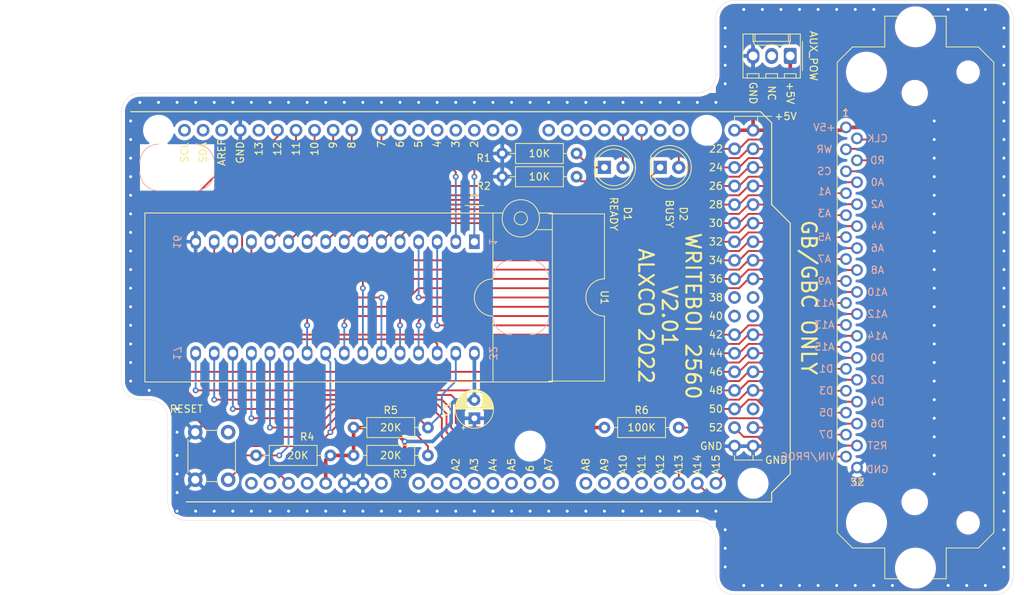
<source format=kicad_pcb>
(kicad_pcb (version 20211014) (generator pcbnew)
  (layers (0 "F.Cu" signal) (31 "B.Cu" signal) (34 "B.Paste" user) (35 "F.Paste" user) (36 "B.SilkS" user "B.Silkscreen") (37 "F.SilkS" user "F.Silkscreen") (38 "B.Mask" user) (39 "F.Mask" user) (44 "Edge.Cuts" user))
  (net 0 "")
  (net 1 "+5V")
  (net 2 "GND")
  (net 3 "/CLK")
  (net 4 "/CRT_WR_N")
  (net 5 "/CRT_RD_N")
  (net 6 "/CRT_CS_N")
  (net 7 "/A0")
  (net 8 "/A1")
  (net 9 "/A2")
  (net 10 "/A3")
  (net 11 "/A4")
  (net 12 "/A5")
  (net 13 "/A6")
  (net 14 "/A7")
  (net 15 "/A8")
  (net 16 "/A9")
  (net 17 "/A10")
  (net 18 "/A11")
  (net 19 "/A12")
  (net 20 "/A13")
  (net 21 "/A14")
  (net 22 "/A15")
  (net 23 "/D0")
  (net 24 "/D1")
  (net 25 "/D2")
  (net 26 "/D3")
  (net 27 "/D4")
  (net 28 "/D5")
  (net 29 "/D6")
  (net 30 "/D7")
  (net 31 "/RST_N")
  (net 32 "/CRT_PG_N")
  (net 33 "Net-(SW1-Pad1)")
  (net 34 "/A17")
  (net 35 "/A16")
  (net 36 "/A18")
  (net 37 "Net-(XA1-PadA12)")
  (net 38 "Net-(XA1-PadA11)")
  (net 39 "Net-(XA1-PadA10)")
  (net 40 "Net-(XA1-PadA9)")
  (net 41 "Net-(XA1-PadA8)")
  (net 42 "Net-(XA1-PadA7)")
  (net 43 "Net-(XA1-PadA6)")
  (net 44 "Net-(XA1-PadA5)")
  (net 45 "Net-(XA1-PadA4)")
  (net 46 "Net-(XA1-PadA3)")
  (net 47 "Net-(XA1-PadA2)")
  (net 48 "Net-(XA1-PadA1)")
  (net 49 "Net-(XA1-PadAREF)")
  (net 50 "Net-(XA1-PadSDA)")
  (net 51 "Net-(XA1-PadSCL)")
  (net 52 "Net-(XA1-PadD3)")
  (net 53 "Net-(XA1-PadD2)")
  (net 54 "Net-(XA1-PadD1)")
  (net 55 "Net-(XA1-PadD0)")
  (net 56 "Net-(XA1-PadD14)")
  (net 57 "Net-(XA1-PadD15)")
  (net 58 "Net-(XA1-PadD16)")
  (net 59 "Net-(XA1-PadD17)")
  (net 60 "Net-(XA1-PadD20)")
  (net 61 "Net-(XA1-PadD21)")
  (net 62 "Net-(XA1-PadIORF)")
  (net 63 "Net-(XA1-Pad3V3)")
  (net 64 "Net-(XA1-PadVIN)")
  (net 65 "Net-(XA1-PadA0)")
  (net 66 "/LED_RY")
  (net 67 "Net-(D1-Pad1)")
  (net 68 "/LED_BY")
  (net 69 "Net-(D2-Pad1)")
  (net 70 "/DIP_OE_N")
  (net 71 "/DIP_CE_N")
  (net 72 "Net-(J2-Pad2)")
  (net 73 "/DIP_WE_N")
  (net 74 "Net-(XA1-PadD41)")
  (net 75 "Net-(XA1-PadD40)")
  (net 76 "Net-(XA1-PadD39)")
  (net 77 "Net-(XA1-PadD38)")
  (net 78 "Net-(XA1-PadD51)")
  (net 79 "Net-(XA1-PadD6)")
  (net 80 "Net-(XA1-PadD5)")
  (net 81 "Net-(XA1-PadD4)")
  (net 82 "Net-(XA1-PadD13)")
  (footprint "Capacitor_THT:CP_Radial_D5.0mm_P2.50mm" (layer "F.Cu") (at 88.9 80.01 90)
    (fp_text reference "C1")
    (fp_text value "100n")
  )
  (footprint "Gekkio_Connector_PCBEdge:GameBoy_Cartridge_DMG_1x32_P1.50mm_Socket_Horizontal" (layer "F.Cu") (at 139.7 40.25 -90)
    (fp_text reference "J1" hide)
    (fp_text value "GB-CART")
  )
  (footprint "Button_Switch_THT:SW_PUSH_6mm_H5mm" (layer "F.Cu") (at 55.245 81.915 -90)
    (fp_text reference "SW1" hide)
    (fp_text value "SW_Push")
  )
  (footprint "Socket:DIP_Socket-32_W11.9_W12.7_W15.24_W17.78_W18.5_3M_232-1285-00-0602J" (layer "F.Cu") (at 88.9 55.88 -90)
    (fp_text reference "U1")
    (fp_text value "SST39SF040")
  )
  (footprint "Arduino:Arduino_Mega2560_Shield" (layer "F.Cu") (at 30.48 91.44)
    (fp_text reference "XA1" hide)
    (fp_text value "Arduino_Mega2560_Shield")
  )
  (footprint "LED_THT:LED_D5.0mm" (layer "F.Cu") (at 106.68 45.72)
    (fp_text reference "D1")
    (fp_text value "LED")
  )
  (footprint "LED_THT:LED_D5.0mm" (layer "F.Cu") (at 114.3 45.72)
    (fp_text reference "D2")
    (fp_text value "LED")
  )
  (footprint "Resistor_THT:R_Axial_DIN0207_L6.3mm_D2.5mm_P10.16mm_Horizontal" (layer "F.Cu") (at 102.87 43.815 180)
    (fp_text reference "R1")
    (fp_text value "10K")
  )
  (footprint "Resistor_THT:R_Axial_DIN0207_L6.3mm_D2.5mm_P10.16mm_Horizontal" (layer "F.Cu") (at 102.87 46.99 180)
    (fp_text reference "R2")
    (fp_text value "10K")
  )
  (footprint "Resistor_THT:R_Axial_DIN0207_L6.3mm_D2.5mm_P10.16mm_Horizontal" (layer "F.Cu") (at 72.39 85.09)
    (fp_text reference "R3")
    (fp_text value "20K")
  )
  (footprint "Resistor_THT:R_Axial_DIN0207_L6.3mm_D2.5mm_P10.16mm_Horizontal" (layer "F.Cu") (at 69.215 85.09 180)
    (fp_text reference "R4")
    (fp_text value "20K")
  )
  (footprint "Resistor_THT:R_Axial_DIN0207_L6.3mm_D2.5mm_P10.16mm_Horizontal" (layer "F.Cu") (at 72.39 81.28)
    (fp_text reference "R5")
    (fp_text value "20K")
  )
  (footprint "Resistor_THT:R_Axial_DIN0207_L6.3mm_D2.5mm_P10.16mm_Horizontal" (layer "F.Cu") (at 106.68 81.28)
    (fp_text reference "R6")
    (fp_text value "100K")
  )
  (footprint "Connector_Molex:Molex_KK-254_AE-6410-03A_1x03_P2.54mm_Vertical" (layer "F.Cu") (at 132.08 30.48 180)
    (fp_text reference "J2" hide)
    (fp_text value "AUX_POW")
  )
  (gr_arc (start 45.72 48.895) (mid 43.923949 48.151051) (end 43.18 46.355) (layer "B.SilkS") (width 0.12))
  (gr_arc (start 91.44 60.96) (mid 92.183949 59.163949) (end 93.98 58.42) (layer "B.SilkS") (width 0.12))
  (gr_arc (start 43.18 45.085) (mid 43.923949 43.288949) (end 45.72 42.545) (layer "B.SilkS") (width 0.12))
  (gr_arc (start 99.06 66.04) (mid 98.316051 67.836051) (end 96.52 68.58) (layer "B.SilkS") (width 0.12))
  (gr_arc (start 96.52 58.42) (mid 98.316051 59.163949) (end 99.06 60.96) (layer "B.SilkS") (width 0.12))
  (gr_arc (start 50.8 42.545) (mid 52.596051 43.288949) (end 53.34 45.085) (layer "B.SilkS") (width 0.12))
  (gr_arc (start 93.98 68.58) (mid 92.183949 67.836051) (end 91.44 66.04) (layer "B.SilkS") (width 0.12))
  (gr_arc (start 53.34 46.355) (mid 52.596051 48.151051) (end 50.8 48.895) (layer "B.SilkS") (width 0.12))
  (gr_arc (start 106.68 66.04) (mid 104.14 63.5) (end 106.68 60.96) (layer "F.SilkS") (width 0.12))
  (gr_line (start 124.46 39.37) (end 124.46 38.735) (layer "F.SilkS") (width 0.12))
  (gr_line (start 106.68 74.93) (end 99.06 74.93) (layer "F.SilkS") (width 0.12))
  (gr_line (start 106.68 66.04) (end 106.68 74.93) (layer "F.SilkS") (width 0.12))
  (gr_line (start 91.44 66.04) (end 91.44 74.93) (layer "F.SilkS") (width 0.12))
  (gr_line (start 127 85.09) (end 127 85.725) (layer "F.SilkS") (width 0.12))
  (gr_line (start 124.46 38.735) (end 129.54 38.735) (layer "F.SilkS") (width 0.12))
  (gr_arc (start 91.44 66.04) (mid 88.9 63.5) (end 91.44 60.96) (layer "F.SilkS") (width 0.12))
  (gr_line (start 106.68 60.96) (end 106.68 52.07) (layer "F.SilkS") (width 0.12))
  (gr_line (start 124.46 85.725) (end 128.27 85.725) (layer "F.SilkS") (width 0.12))
  (gr_line (start 106.68 52.07) (end 99.06 52.07) (layer "F.SilkS") (width 0.12))
  (gr_line (start 91.44 60.96) (end 91.44 52.07) (layer "F.SilkS") (width 0.12))
  (gr_line (start 124.46 85.09) (end 124.46 85.725) (layer "F.SilkS") (width 0.12))
  (gr_line (start 127.635 38.735) (end 127.635 39.37) (layer "F.SilkS") (width 0.12))
  (gr_line (start 160.02 22.86) (end 124.46 22.86) (layer "Edge.Cuts") (width 0.05))
  (gr_arc (start 44.45 77.47) (mid 46.246051 78.213949) (end 46.99 80.01) (layer "Edge.Cuts") (width 0.05))
  (gr_line (start 46.99 91.44) (end 46.99 80.01) (layer "Edge.Cuts") (width 0.05))
  (gr_line (start 44.45 77.47) (end 43.18 77.47) (layer "Edge.Cuts") (width 0.05))
  (gr_line (start 119.38 35.56) (end 43.18 35.56) (layer "Edge.Cuts") (width 0.05))
  (gr_arc (start 162.56 101.6) (mid 161.816051 103.396051) (end 160.02 104.14) (layer "Edge.Cuts") (width 0.05))
  (gr_arc (start 40.64 38.1) (mid 41.383949 36.303949) (end 43.18 35.56) (layer "Edge.Cuts") (width 0.05))
  (gr_line (start 121.92 96.52) (end 121.92 101.6) (layer "Edge.Cuts") (width 0.05))
  (gr_arc (start 121.92 25.4) (mid 122.663949 23.603949) (end 124.46 22.86) (layer "Edge.Cuts") (width 0.05))
  (gr_line (start 119.38 93.98) (end 49.53 93.98) (layer "Edge.Cuts") (width 0.05))
  (gr_arc (start 119.38 93.98) (mid 121.176051 94.723949) (end 121.92 96.52) (layer "Edge.Cuts") (width 0.05))
  (gr_arc (start 121.92 33.02) (mid 121.176051 34.816051) (end 119.38 35.56) (layer "Edge.Cuts") (width 0.05))
  (gr_arc (start 160.02 22.86) (mid 161.816051 23.603949) (end 162.56 25.4) (layer "Edge.Cuts") (width 0.05))
  (gr_line (start 121.92 33.02) (end 121.92 25.4) (layer "Edge.Cuts") (width 0.05))
  (gr_arc (start 124.46 104.14) (mid 122.663949 103.396051) (end 121.92 101.6) (layer "Edge.Cuts") (width 0.05))
  (gr_line (start 40.64 38.1) (end 40.64 74.93) (layer "Edge.Cuts") (width 0.05))
  (gr_arc (start 49.53 93.98) (mid 47.733949 93.236051) (end 46.99 91.44) (layer "Edge.Cuts") (width 0.05))
  (gr_line (start 124.46 104.14) (end 160.02 104.14) (layer "Edge.Cuts") (width 0.05))
  (gr_line (start 162.56 101.6) (end 162.56 25.4) (layer "Edge.Cuts") (width 0.05))
  (gr_arc (start 43.18 77.47) (mid 41.383949 76.726051) (end 40.64 74.93) (layer "Edge.Cuts") (width 0.05))
  (gr_text "D2" (at 144 74.75) (layer "B.SilkS") (effects (font (size 1 1)) (justify mirror)))
  (gr_text "A14" (at 144 68.75) (layer "B.SilkS") (effects (font (size 1 1)) (justify mirror)))
  (gr_text "A6" (at 144 56.75) (layer "B.SilkS") (effects (font (size 1 1)) (justify mirror)))
  (gr_text "D0" (at 144 71.75) (layer "B.SilkS") (effects (font (size 1 1)) (justify mirror)))
  (gr_text "32" (at 141.26 88.745) (layer "B.SilkS") (effects (font (size 1 1)) (justify mirror)))
  (gr_text "WR" (at 136.75 43.25) (layer "B.SilkS") (effects (font (size 1 1)) (justify mirror)))
  (gr_text "GND" (at 144 87) (layer "B.SilkS") (effects (font (size 1 1)) (justify mirror)))
  (gr_text "D4" (at 144 77.75) (layer "B.SilkS") (effects (font (size 1 1)) (justify mirror)))
  (gr_text "A7" (at 136.75 58.25) (layer "B.SilkS") (effects (font (size 1 1)) (justify mirror)))
  (gr_text "A5" (at 136.75 55.25) (layer "B.SilkS") (effects (font (size 1 1)) (justify mirror)))
  (gr_text "A8" (at 144 59.75) (layer "B.SilkS") (effects (font (size 1 1)) (justify mirror)))
  (gr_text "CLK" (at 144 41.75) (layer "B.SilkS") (effects (font (size 1 1)) (justify mirror)))
  (gr_text "RST" (at 144 83.75) (layer "B.SilkS") (effects (font (size 1 1)) (justify mirror)))
  (gr_text "A12" (at 144 65.75) (layer "B.SilkS") (effects (font (size 1 1)) (justify mirror)))
  (gr_text "A9" (at 136.75 61.25) (layer "B.SilkS") (effects (font (size 1 1)) (justify mirror)))
  (gr_text "32" (at 91.44 71.12 270) (layer "B.SilkS") (effects (font (size 1 1)) (justify mirror)))
  (gr_text "1" (at 91.44 55.88 270) (layer "B.SilkS") (effects (font (size 1 1)) (justify mirror)))
  (gr_text "D5" (at 137 79.25) (layer "B.SilkS") (effects (font (size 1 1)) (justify mirror)))
  (gr_text "16" (at 48.26 55.88 270) (layer "B.SilkS") (effects (font (size 1 1)) (justify mirror)))
  (gr_text "A0" (at 144 47.75) (layer "B.SilkS") (effects (font (size 1 1)) (justify mirror)))
  (gr_text "A3" (at 136.75 52) (layer "B.SilkS") (effects (font (size 1 1)) (justify mirror)))
  (gr_text "D6" (at 144 80.75) (layer "B.SilkS") (effects (font (size 1 1)) (justify mirror)))
  (gr_text "A13" (at 136.75 67.25) (layer "B.SilkS") (effects (font (size 1 1)) (justify mirror)))
  (gr_text "A10" (at 144 62.75) (layer "B.SilkS") (effects (font (size 1 1)) (justify mirror)))
  (gr_text "D1" (at 137 73.25) (layer "B.SilkS") (effects (font (size 1 1)) (justify mirror)))
  (gr_text "VIN/PROG" (at 134.5 85.25) (layer "B.SilkS") (effects (font (size 1 1)) (justify mirror)))
  (gr_text "1" (at 139.66 38.255) (layer "B.SilkS") (effects (font (size 1 1)) (justify mirror)))
  (gr_text "A4" (at 144 53.75) (layer "B.SilkS") (effects (font (size 1 1)) (justify mirror)))
  (gr_text "A2" (at 144 50.75) (layer "B.SilkS") (effects (font (size 1 1)) (justify mirror)))
  (gr_text "RD" (at 144 44.75) (layer "B.SilkS") (effects (font (size 1 1)) (justify mirror)))
  (gr_text "CS" (at 136.75 46.25) (layer "B.SilkS") (effects (font (size 1 1)) (justify mirror)))
  (gr_text "+5V" (at 136.75 40.25) (layer "B.SilkS") (effects (font (size 1 1)) (justify mirror)))
  (gr_text "17" (at 48.26 71.12 270) (layer "B.SilkS") (effects (font (size 1 1)) (justify mirror)))
  (gr_text "D3" (at 137 76.25) (layer "B.SilkS") (effects (font (size 1 1)) (justify mirror)))
  (gr_text "D7" (at 137 82.25) (layer "B.SilkS") (effects (font (size 1 1)) (justify mirror)))
  (gr_text "A15" (at 136.75 70.25) (layer "B.SilkS") (effects (font (size 1 1)) (justify mirror)))
  (gr_text "A11" (at 136.75 64.25) (layer "B.SilkS") (effects (font (size 1 1)) (justify mirror)))
  (gr_text "A1" (at 136.75 49) (layer "B.SilkS") (effects (font (size 1 1)) (justify mirror)))
  (gr_text "20K" (at 64.77 85.09) (layer "F.SilkS") (effects (font (size 1 1))))
  (gr_text "GND" (at 127 35.56 270) (layer "F.SilkS") (effects (font (size 1 1))))
  (gr_text "48" (at 121.92 76.2) (layer "F.SilkS") (effects (font (size 1 1))))
  (gr_text "GND" (at 121.285 83.82) (layer "F.SilkS") (effects (font (size 1 1))))
  (gr_text "NC" (at 129.54 35.56 270) (layer "F.SilkS") (effects (font (size 1 1))))
  (gr_text "22" (at 121.92 43.18) (layer "F.SilkS") (effects (font (size 1 1))))
  (gr_text "36" (at 121.92 60.96) (layer "F.SilkS") (effects (font (size 1 1))))
  (gr_text "34" (at 121.92 58.42) (layer "F.SilkS") (effects (font (size 1 1))))
  (gr_text "8" (at 72.136 42.672 90) (layer "F.SilkS") (effects (font (size 1 1))))
  (gr_text "7" (at 76.2 42.545 90) (layer "F.SilkS") (effects (font (size 1 1))))
  (gr_text "A4" (at 91.44 86.36 90) (layer "F.SilkS") (effects (font (size 1 1))))
  (gr_text "2" (at 88.9 42.545 90) (layer "F.SilkS") (effects (font (size 1 1))))
  (gr_text "26" (at 121.92 48.26) (layer "F.SilkS") (effects (font (size 1 1))))
  (gr_text "A12" (at 114.3 86.36 90) (layer "F.SilkS") (effects (font (size 1 1))))
  (gr_text "A11" (at 111.76 86.36 90) (layer "F.SilkS") (effects (font (size 1 1))))
  (gr_text "AREF" (at 54.356 43.688 90) (layer "F.SilkS") (effects (font (size 1 1))))
  (gr_text "GND" (at 130.175 85.725) (layer "F.SilkS") (effects (font (size 1 1))))
  (gr_text "AUX_POW" (at 135.255 30.48 270) (layer "F.SilkS") (effects (font (size 1 1))))
  (gr_text "9" (at 69.596 42.672 90) (layer "F.SilkS") (effects (font (size 1 1))))
  (gr_text "4" (at 83.82 42.545 90) (layer "F.SilkS") (effects (font (size 1 1))))
  (gr_text "GB/GBC ONLY" (at 134.62 63.5 270) (layer "F.SilkS") (effects (font (size 2 2) (thickness 0.3))))
  (gr_text "A14" (at 119.38 86.36 90) (layer "F.SilkS") (effects (font (size 1 1))))
  (gr_text "SDA" (at 51.816 43.688 90) (layer "F.SilkS") (effects (font (size 1 1))))
  (gr_text "3" (at 86.36 42.545 90) (layer "F.SilkS") (effects (font (size 1 1))))
  (gr_text "1" (at 139.66 38.255) (layer "F.SilkS") (effects (font (size 1 1))))
  (gr_text "A5" (at 93.98 86.36 90) (layer "F.SilkS") (effects (font (size 1 1))))
  (gr_text "12" (at 61.976 43.18 90) (layer "F.SilkS") (effects (font (size 1 1))))
  (gr_text "30" (at 121.92 53.34) (layer "F.SilkS") (effects (font (size 1 1))))
  (gr_text "32" (at 121.92 55.88) (layer "F.SilkS") (effects (font (size 1 1))))
  (gr_text "44" (at 121.92 71.12) (layer "F.SilkS") (effects (font (size 1 1))))
  (gr_text "A3" (at 88.9 86.36 90) (layer "F.SilkS") (effects (font (size 1 1))))
  (gr_text "+5V" (at 131.445 38.735) (layer "F.SilkS") (effects (font (size 1 1))))
  (gr_text "READY" (at 107.95 52.07 270) (layer "F.SilkS") (effects (font (size 1 1))))
  (gr_text "A9" (at 106.68 86.36 90) (layer "F.SilkS") (effects (font (size 1 1))))
  (gr_text "A2" (at 86.36 86.36 90) (layer "F.SilkS") (effects (font (size 1 1))))
  (gr_text "A15" (at 121.92 86.36 90) (layer "F.SilkS") (effects (font (size 1 1))))
  (gr_text "RESET" (at 49.53 78.74) (layer "F.SilkS") (effects (font (size 1 1))))
  (gr_text "10K" (at 97.79 43.815) (layer "F.SilkS") (effects (font (size 1 1))))
  (gr_text "13" (at 59.436 43.18 90) (layer "F.SilkS") (effects (font (size 1 1))))
  (gr_text "10K" (at 97.79 46.99) (layer "F.SilkS") (effects (font (size 1 1))))
  (gr_text "A8" (at 104.14 86.36 90) (layer "F.SilkS") (effects (font (size 1 1))))
  (gr_text "WRITEBOI 2560\nV2.01\nALXCO 2022" (at 115.57 66.04 270) (layer "F.SilkS") (effects (font (size 2 2) (thickness 0.3))))
  (gr_text "+5V" (at 132.08 35.56 270) (layer "F.SilkS") (effects (font (size 1 1))))
  (gr_text "6" (at 78.74 42.545 90) (layer "F.SilkS") (effects (font (size 1 1))))
  (gr_text "BUSY" (at 115.57 52.07 270) (layer "F.SilkS") (effects (font (size 1 1))))
  (gr_text "SCL" (at 49.276 43.688 90) (layer "F.SilkS") (effects (font (size 1 1))))
  (gr_text "52" (at 121.92 81.28) (layer "F.SilkS") (effects (font (size 1 1))))
  (gr_text "24" (at 121.92 45.72) (layer "F.SilkS") (effects (font (size 1 1))))
  (gr_text "100K" (at 111.76 81.28) (layer "F.SilkS") (effects (font (size 1 1))))
  (gr_text "20K" (at 77.47 81.28) (layer "F.SilkS") (effects (font (size 1 1))))
  (gr_text "1" (at 88.9 49.53 270) (layer "F.SilkS") (effects (font (size 1 1))))
  (gr_text "5" (at 81.28 42.545 90) (layer "F.SilkS") (effects (font (size 1 1))))
  (gr_text "38" (at 121.92 63.5) (layer "F.SilkS") (effects (font (size 1 1))))
  (gr_text "28" (at 121.92 50.8) (layer "F.SilkS") (effects (font (size 1 1))))
  (gr_text "A7" (at 99.06 86.36 90) (layer "F.SilkS") (effects (font (size 1 1))))
  (gr_text "32" (at 141.26 88.745) (layer "F.SilkS") (effects (font (size 1 1))))
  (gr_text "GND" (at 56.896 43.688 90) (layer "F.SilkS") (effects (font (size 1 1))))
  (gr_text "6" (at 96.52 86.868 90) (layer "F.SilkS") (effects (font (size 1 1))))
  (gr_text "11" (at 64.516 43.18 90) (layer "F.SilkS") (effects (font (size 1 1))))
  (gr_text "A13" (at 116.84 86.36 90) (layer "F.SilkS") (effects (font (size 1 1))))
  (gr_text "20K" (at 77.47 85.09) (layer "F.SilkS") (effects (font (size 1 1))))
  (gr_text "46" (at 121.92 73.66) (layer "F.SilkS") (effects (font (size 1 1))))
  (gr_text "42" (at 121.92 68.58) (layer "F.SilkS") (effects (font (size 1 1))))
  (gr_text "40" (at 121.92 66.04) (layer "F.SilkS") (effects (font (size 1 1))))
  (gr_text "10" (at 67.056 43.18 90) (layer "F.SilkS") (effects (font (size 1 1))))
  (gr_text "A10" (at 109.22 86.36 90) (layer "F.SilkS") (effects (font (size 1 1))))
  (gr_text "50" (at 121.92 78.74) (layer "F.SilkS") (effects (font (size 1 1))))
  (segment (start 149.225 87.63) (end 149.225 41.275) (width 0.5) (layer "F.Cu") (net 1))
  (segment (start 100.965 81.915) (end 101.6 81.28) (width 0.5) (layer "F.Cu") (net 1))
  (segment (start 68.58 85.725) (end 69.215 85.09) (width 0.5) (layer "F.Cu") (net 1))
  (segment (start 100.0125 84.7725) (end 102.235 86.995) (width 0.5) (layer "F.Cu") (net 1))
  (segment (start 151.765 90.17) (end 149.225 87.63) (width 0.5) (layer "F.Cu") (net 1))
  (segment (start 72.39 81.28) (end 77.47 81.28) (width 0.5) (layer "F.Cu") (net 1))
  (segment (start 100.0125 84.7725) (end 100.965 83.82) (width 0.5) (layer "F.Cu") (net 1))
  (segment (start 79.375 85.725) (end 80.645 86.995) (width 0.5) (layer "F.Cu") (net 1))
  (segment (start 72.39 85.09) (end 72.39 81.28) (width 0.5) (layer "F.Cu") (net 1))
  (segment (start 100.965 83.82) (end 100.965 81.915) (width 0.5) (layer "F.Cu") (net 1))
  (segment (start 69.215 85.09) (end 72.39 85.09) (width 0.5) (layer "F.Cu") (net 1))
  (segment (start 132.08 33.02) (end 132.08 30.48) (width 0.5) (layer "F.Cu") (net 1))
  (segment (start 149.225 41.275) (end 148.2 40.25) (width 0.5) (layer "F.Cu") (net 1))
  (segment (start 151.765 92.075) (end 151.765 90.17) (width 0.5) (layer "F.Cu") (net 1))
  (segment (start 124.46 40.64) (end 127 40.64) (width 0.5) (layer "F.Cu") (net 1))
  (segment (start 102.235 89.535) (end 104.08001 91.38001) (width 0.5) (layer "F.Cu") (net 1))
  (segment (start 127 40.64) (end 139.31 40.64) (width 0.5) (layer "F.Cu") (net 1))
  (segment (start 77.47 81.28) (end 79.375 83.185) (width 0.5) (layer "F.Cu") (net 1))
  (segment (start 127 38.1) (end 132.08 33.02) (width 0.5) (layer "F.Cu") (net 1))
  (segment (start 139.31 40.64) (end 139.7 40.25) (width 0.5) (layer "F.Cu") (net 1))
  (segment (start 147.32 93.98) (end 149.86 93.98) (width 0.5) (layer "F.Cu") (net 1))
  (segment (start 102.235 86.995) (end 102.235 89.535) (width 0.5) (layer "F.Cu") (net 1))
  (segment (start 144.145 90.805) (end 147.32 93.98) (width 0.5) (layer "F.Cu") (net 1))
  (segment (start 80.645 86.995) (end 83.82 86.995) (width 0.5) (layer "F.Cu") (net 1))
  (segment (start 133.985 90.805) (end 144.145 90.805) (width 0.5) (layer "F.Cu") (net 1))
  (segment (start 131.445 93.345) (end 133.985 90.805) (width 0.5) (layer "F.Cu") (net 1))
  (segment (start 83.82 86.995) (end 84.455 86.36) (width 0.5) (layer "F.Cu") (net 1))
  (segment (start 101.6 81.28) (end 106.68 81.28) (width 0.5) (layer "F.Cu") (net 1))
  (segment (start 84.455 86.36) (end 98.425 86.36) (width 0.5) (layer "F.Cu") (net 1))
  (segment (start 98.425 86.36) (end 100.0125 84.7725) (width 0.5) (layer "F.Cu") (net 1))
  (segment (start 68.58 88.9) (end 68.58 85.725) (width 0.5) (layer "F.Cu") (net 1))
  (segment (start 124.46 93.345) (end 131.445 93.345) (width 0.5) (layer "F.Cu") (net 1))
  (segment (start 127 40.64) (end 127 38.1) (width 0.5) (layer "F.Cu") (net 1))
  (segment (start 79.375 83.185) (end 79.375 85.725) (width 0.5) (layer "F.Cu") (net 1))
  (segment (start 148.2 40.25) (end 139.7 40.25) (width 0.5) (layer "F.Cu") (net 1))
  (segment (start 122.49501 91.38001) (end 124.46 93.345) (width 0.5) (layer "F.Cu") (net 1))
  (segment (start 149.86 93.98) (end 151.765 92.075) (width 0.5) (layer "F.Cu") (net 1))
  (segment (start 104.08001 91.38001) (end 122.49501 91.38001) (width 0.5) (layer "F.Cu") (net 1))
  (via (at 79.375 83.185) (size 0.8) (drill 0.4) (layers "F.Cu" "B.Cu") (net 1))
  (segment (start 79.375 83.185) (end 83.185 83.185) (width 0.5) (layer "B.Cu") (net 1))
  (segment (start 88.9 77.51) (end 88.9 71.12) (width 0.5) (layer "B.Cu") (net 1))
  (segment (start 83.185 83.185) (end 85.725 80.645) (width 0.5) (layer "B.Cu") (net 1))
  (segment (start 85.725 78.105) (end 86.32 77.51) (width 0.5) (layer "B.Cu") (net 1))
  (segment (start 85.725 80.645) (end 85.725 78.105) (width 0.5) (layer "B.Cu") (net 1))
  (segment (start 86.32 77.51) (end 88.9 77.51) (width 0.5) (layer "B.Cu") (net 1))
  (via (at 83.82 36.83) (size 0.8) (drill 0.4) (layers "F.Cu" "B.Cu") (net 2))
  (via (at 44.45 76.2) (size 0.8) (drill 0.4) (layers "F.Cu" "B.Cu") (net 2))
  (via (at 161.29 26.67) (size 0.8) (drill 0.4) (layers "F.Cu" "B.Cu") (net 2))
  (via (at 41.91 59.69) (size 0.8) (drill 0.4) (layers "F.Cu" "B.Cu") (net 2))
  (via (at 138.43 24.13) (size 0.8) (drill 0.4) (layers "F.Cu" "B.Cu") (net 2))
  (via (at 161.29 54.61) (size 0.8) (drill 0.4) (layers "F.Cu" "B.Cu") (net 2))
  (via (at 50.8 92.71) (size 0.8) (drill 0.4) (layers "F.Cu" "B.Cu") (net 2))
  (via (at 156.21 24.13) (size 0.8) (drill 0.4) (layers "F.Cu" "B.Cu") (net 2))
  (via (at 133.35 24.13) (size 0.8) (drill 0.4) (layers "F.Cu" "B.Cu") (net 2))
  (via (at 41.91 74.93) (size 0.8) (drill 0.4) (layers "F.Cu" "B.Cu") (net 2))
  (via (at 161.29 90.17) (size 0.8) (drill 0.4) (layers "F.Cu" "B.Cu") (net 2))
  (via (at 140.97 24.13) (size 0.8) (drill 0.4) (layers "F.Cu" "B.Cu") (net 2))
  (via (at 41.91 52.07) (size 0.8) (drill 0.4) (layers "F.Cu" "B.Cu") (net 2))
  (via (at 161.29 72.39) (size 0.8) (drill 0.4) (layers "F.Cu" "B.Cu") (net 2))
  (via (at 109.22 92.71) (size 0.8) (drill 0.4) (layers "F.Cu" "B.Cu") (net 2))
  (via (at 128.27 102.87) (size 0.8) (drill 0.4) (layers "F.Cu" "B.Cu") (net 2))
  (via (at 135.89 102.87) (size 0.8) (drill 0.4) (layers "F.Cu" "B.Cu") (net 2))
  (via (at 135.89 24.13) (size 0.8) (drill 0.4) (layers "F.Cu" "B.Cu") (net 2))
  (via (at 151.765 64.77) (size 0.8) (drill 0.4) (layers "F.Cu" "B.Cu") (net 2))
  (via (at 41.91 41.91) (size 0.8) (drill 0.4) (layers "F.Cu" "B.Cu") (net 2))
  (via (at 161.29 49.53) (size 0.8) (drill 0.4) (layers "F.Cu" "B.Cu") (net 2))
  (via (at 123.19 95.25) (size 0.8) (drill 0.4) (layers "F.Cu" "B.Cu") (net 2))
  (via (at 41.91 62.23) (size 0.8) (drill 0.4) (layers "F.Cu" "B.Cu") (net 2))
  (via (at 123.19 97.79) (size 0.8) (drill 0.4) (layers "F.Cu" "B.Cu") (net 2))
  (via (at 83.82 92.71) (size 0.8) (drill 0.4) (layers "F.Cu" "B.Cu") (net 2))
  (via (at 151.765 46.99) (size 0.8) (drill 0.4) (layers "F.Cu" "B.Cu") (net 2))
  (via (at 161.29 69.85) (size 0.8) (drill 0.4) (layers "F.Cu" "B.Cu") (net 2))
  (via (at 151.765 67.31) (size 0.8) (drill 0.4) (layers "F.Cu" "B.Cu") (net 2))
  (via (at 41.91 64.77) (size 0.8) (drill 0.4) (layers "F.Cu" "B.Cu") (net 2))
  (via (at 151.765 54.61) (size 0.8) (drill 0.4) (layers "F.Cu" "B.Cu") (net 2))
  (via (at 151.765 77.47) (size 0.8) (drill 0.4) (layers "F.Cu" "B.Cu") (net 2))
  (via (at 130.81 102.87) (size 0.8) (drill 0.4) (layers "F.Cu" "B.Cu") (net 2))
  (via (at 71.12 36.83) (size 0.8) (drill 0.4) (layers "F.Cu" "B.Cu") (net 2))
  (via (at 119.38 36.83) (size 0.8) (drill 0.4) (layers "F.Cu" "B.Cu") (net 2))
  (via (at 111.76 36.83) (size 0.8) (drill 0.4) (layers "F.Cu" "B.Cu") (net 2))
  (via (at 41.91 49.53) (size 0.8) (drill 0.4) (layers "F.Cu" "B.Cu") (net 2))
  (via (at 53.34 92.71) (size 0.8) (drill 0.4) (layers "F.Cu" "B.Cu") (net 2))
  (via (at 151.765 80.01) (size 0.8) (drill 0.4) (layers "F.Cu" "B.Cu") (net 2))
  (via (at 146.05 102.87) (size 0.8) (drill 0.4) (layers "F.Cu" "B.Cu") (net 2))
  (via (at 109.22 36.83) (size 0.8) (drill 0.4) (layers "F.Cu" "B.Cu") (net 2))
  (via (at 93.98 36.83) (size 0.8) (drill 0.4) (layers "F.Cu" "B.Cu") (net 2))
  (via (at 55.88 36.83) (size 0.8) (drill 0.4) (layers "F.Cu" "B.Cu") (net 2))
  (via (at 161.29 34.29) (size 0.8) (drill 0.4) (layers "F.Cu" "B.Cu") (net 2))
  (via (at 161.29 39.37) (size 0.8) (drill 0.4) (layers "F.Cu" "B.Cu") (net 2))
  (via (at 101.6 92.71) (size 0.8) (drill 0.4) (layers "F.Cu" "B.Cu") (net 2))
  (via (at 119.38 92.71) (size 0.8) (drill 0.4) (layers "F.Cu" "B.Cu") (net 2))
  (via (at 86.36 92.71) (size 0.8) (drill 0.4) (layers "F.Cu" "B.Cu") (net 2))
  (via (at 161.29 67.31) (size 0.8) (drill 0.4) (layers "F.Cu" "B.Cu") (net 2))
  (via (at 63.5 36.83) (size 0.8) (drill 0.4) (layers "F.Cu" "B.Cu") (net 2))
  (via (at 93.98 92.71) (size 0.8) (drill 0.4) (layers "F.Cu" "B.Cu") (net 2))
  (via (at 66.04 36.83) (size 0.8) (drill 0.4) (layers "F.Cu" "B.Cu") (net 2))
  (via (at 53.34 36.83) (size 0.8) (drill 0.4) (layers "F.Cu" "B.Cu") (net 2))
  (via (at 151.765 44.45) (size 0.8) (drill 0.4) (layers "F.Cu" "B.Cu") (net 2))
  (via (at 60.96 36.83) (size 0.8) (drill 0.4) (layers "F.Cu" "B.Cu") (net 2))
  (via (at 151.765 72.39) (size 0.8) (drill 0.4) (layers "F.Cu" "B.Cu") (net 2))
  (via (at 116.84 36.83) (size 0.8) (drill 0.4) (layers "F.Cu" "B.Cu") (net 2))
  (via (at 41.91 72.39) (size 0.8) (drill 0.4) (layers "F.Cu" "B.Cu") (net 2))
  (via (at 151.765 82.55) (size 0.8) (drill 0.4) (layers "F.Cu" "B.Cu") (net 2))
  (via (at 73.66 92.71) (size 0.8) (drill 0.4) (layers "F.Cu" "B.Cu") (net 2))
  (via (at 151.765 57.15) (size 0.8) (drill 0.4) (layers "F.Cu" "B.Cu") (net 2))
  (via (at 41.91 39.37) (size 0.8) (drill 0.4) (layers "F.Cu" "B.Cu") (net 2))
  (via (at 158.75 102.87) (size 0.8) (drill 0.4) (layers "F.Cu" "B.Cu") (net 2))
  (via (at 41.91 44.45) (size 0.8) (drill 0.4) (layers "F.Cu" "B.Cu") (net 2))
  (via (at 128.27 24.13) (size 0.8) (drill 0.4) (layers "F.Cu" "B.Cu") (net 2))
  (via (at 99.06 36.83) (size 0.8) (drill 0.4) (layers "F.Cu" "B.Cu") (net 2))
  (via (at 63.5 92.71) (size 0.8) (drill 0.4) (layers "F.Cu" "B.Cu") (net 2))
  (via (at 161.29 74.93) (size 0.8) (drill 0.4) (layers "F.Cu" "B.Cu") (net 2))
  (via (at 104.14 36.83) (size 0.8) (drill 0.4) (layers "F.Cu" "B.Cu") (net 2))
  (via (at 58.42 92.71) (size 0.8) (drill 0.4) (layers "F.Cu" "B.Cu") (net 2))
  (via (at 161.29 85.09) (size 0.8) (drill 0.4) (layers "F.Cu" "B.Cu") (net 2))
  (via (at 91.44 36.83) (size 0.8) (drill 0.4) (layers "F.Cu" "B.Cu") (net 2))
  (via (at 161.29 100.33) (size 0.8) (drill 0.4) (layers "F.Cu" "B.Cu") (net 2))
  (via (at 99.06 92.71) (size 0.8) (drill 0.4) (layers "F.Cu" "B.Cu") (net 2))
  (via (at 68.58 92.71) (size 0.8) (drill 0.4) (layers "F.Cu" "B.Cu") (net 2))
  (via (at 68.58 36.83) (size 0.8) (drill 0.4) (layers "F.Cu" "B.Cu") (net 2))
  (via (at 114.3 92.71) (size 0.8) (drill 0.4) (layers "F.Cu" "B.Cu") (net 2))
  (via (at 158.75 24.13) (size 0.8) (drill 0.4) (layers "F.Cu" "B.Cu") (net 2))
  (via (at 41.91 69.85) (size 0.8) (drill 0.4) (layers "F.Cu" "B.Cu") (net 2))
  (via (at 161.29 31.75) (size 0.8) (drill 0.4) (layers "F.Cu" "B.Cu") (net 2))
  (via (at 88.9 36.83) (size 0.8) (drill 0.4) (layers "F.Cu" "B.Cu") (net 2))
  (via (at 143.51 102.87) (size 0.8) (drill 0.4) (layers "F.Cu" "B.Cu") (net 2))
  (via (at 58.42 36.83) (size 0.8) (drill 0.4) (layers "F.Cu" "B.Cu") (net 2))
  (via (at 123.19 34.29) (size 0.8) (drill 0.4) (layers "F.Cu" "B.Cu") (net 2))
  (via (at 133.35 102.87) (size 0.8) (drill 0.4) (layers "F.Cu" "B.Cu") (net 2))
  (via (at 125.73 102.87) (size 0.8) (drill 0.4) (layers "F.Cu" "B.Cu") (net 2))
  (via (at 151.765 52.07) (size 0.8) (drill 0.4) (layers "F.Cu" "B.Cu") (net 2))
  (via (at 55.88 92.71) (size 0.8) (drill 0.4) (layers "F.Cu" "B.Cu") (net 2))
  (via (at 76.2 92.71) (size 0.8) (drill 0.4) (layers "F.Cu" "B.Cu") (net 2))
  (via (at 48.26 81.915) (size 0.8) (drill 0.4) (layers "F.Cu" "B.Cu") (net 2))
  (via (at 161.29 77.47) (size 0.8) (drill 0.4) (layers "F.Cu" "B.Cu") (net 2))
  (via (at 130.81 24.13) (size 0.8) (drill 0.4) (layers "F.Cu" "B.Cu") (net 2))
  (via (at 151.765 59.69) (size 0.8) (drill 0.4) (layers "F.Cu" "B.Cu") (net 2))
  (via (at 78.74 92.71) (size 0.8) (drill 0.4) (layers "F.Cu" "B.Cu") (net 2))
  (via (at 60.96 92.71) (size 0.8) (drill 0.4) (layers "F.Cu" "B.Cu") (net 2))
  (via (at 114.3 36.83) (size 0.8) (drill 0.4) (layers "F.Cu" "B.Cu") (net 2))
  (via (at 151.765 49.53) (size 0.8) (drill 0.4) (layers "F.Cu" "B.Cu") (net 2))
  (via (at 43.18 36.83) (size 0.8) (drill 0.4) (layers "F.Cu" "B.Cu") (net 2))
  (via (at 161.29 41.91) (size 0.8) (drill 0.4) (layers "F.Cu" "B.Cu") (net 2))
  (via (at 123.19 100.33) (size 0.8) (drill 0.4) (layers "F.Cu" "B.Cu") (net 2))
  (via (at 106.68 36.83) (size 0.8) (drill 0.4) (layers "F.Cu" "B.Cu") (net 2))
  (via (at 48.26 87.63) (size 0.8) (drill 0.4) (layers "F.Cu" "B.Cu") (net 2))
  (via (at 123.19 26.67) (size 0.8) (drill 0.4) (layers "F.Cu" "B.Cu") (net 2))
  (via (at 50.8 36.83) (size 0.8) (drill 0.4) (layers "F.Cu" "B.Cu") (net 2))
  (via (at 161.29 62.23) (size 0.8) (drill 0.4) (layers "F.Cu" "B.Cu") (net 2))
  (via (at 81.28 36.83) (size 0.8) (drill 0.4) (layers "F.Cu" "B.Cu") (net 2))
  (via (at 161.29 52.07) (size 0.8) (drill 0.4) (layers "F.Cu" "B.Cu") (net 2))
  (via (at 86.36 36.83) (size 0.8) (drill 0.4) (layers "F.Cu" "B.Cu") (net 2))
  (via (at 76.2 36.83) (size 0.8) (drill 0.4) (layers "F.Cu" "B.Cu") (net 2))
  (via (at 161.29 57.15) (size 0.8) (drill 0.4) (layers "F.Cu" "B.Cu") (net 2))
  (via (at 153.67 102.87) (size 0.8) (drill 0.4) (layers "F.Cu" "B.Cu") (net 2))
  (via (at 41.91 46.99) (size 0.8) (drill 0.4) (layers "F.Cu" "B.Cu") (net 2))
  (via (at 143.51 24.13) (size 0.8) (drill 0.4) (layers "F.Cu" "B.Cu") (net 2))
  (via (at 48.26 36.83) (size 0.8) (drill 0.4) (layers "F.Cu" "B.Cu") (net 2))
  (via (at 138.43 102.87) (size 0.8) (drill 0.4) (layers "F.Cu" "B.Cu") (net 2))
  (via (at 101.6 36.83) (size 0.8) (drill 0.4) (layers "F.Cu" "B.Cu") (net 2))
  (via (at 116.84 92.71) (size 0.8) (drill 0.4) (layers "F.Cu" "B.Cu") (net 2))
  (via (at 161.29 36.83) (size 0.8) (drill 0.4) (layers "F.Cu" "B.Cu") (net 2))
  (via (at 151.765 85.09) (size 0.8) (drill 0.4) (layers "F.Cu" "B.Cu") (net 2))
  (via (at 153.67 24.13) (size 0.8) (drill 0.4) (layers "F.Cu" "B.Cu") (net 2))
  (via (at 121.92 36.83) (size 0.8) (drill 0.4) (layers "F.Cu" "B.Cu") (net 2))
  (via (at 73.66 36.83) (size 0.8) (drill 0.4) (layers "F.Cu" "B.Cu") (net 2))
  (via (at 41.91 67.31) (size 0.8) (drill 0.4) (layers "F.Cu" "B.Cu") (net 2))
  (via (at 96.52 36.83) (size 0.8) (drill 0.4) (layers "F.Cu" "B.Cu") (net 2))
  (via (at 151.765 87.63) (size 0.8) (drill 0.4) (layers "F.Cu" "B.Cu") (net 2))
  (via (at 71.12 92.71) (size 0.8) (drill 0.4) (layers "F.Cu" "B.Cu") (net 2))
  (via (at 151.765 69.85) (size 0.8) (drill 0.4) (layers "F.Cu" "B.Cu") (net 2))
  (via (at 161.29 46.99) (size 0.8) (drill 0.4) (layers "F.Cu" "B.Cu") (net 2))
  (via (at 161.29 97.79) (size 0.8) (drill 0.4) (layers "F.Cu" "B.Cu") (net 2))
  (via (at 48.26 85.09) (size 0.8) (drill 0.4) (layers "F.Cu" "B.Cu") (net 2))
  (via (at 151.765 41.91) (size 0.8) (drill 0.4) (layers "F.Cu" "B.Cu") (net 2))
  (via (at 161.29 92.71) (size 0.8) (drill 0.4) (layers "F.Cu" "B.Cu") (net 2))
  (via (at 140.97 102.87) (size 0.8) (drill 0.4) (layers "F.Cu" "B.Cu") (net 2))
  (via (at 121.92 92.71) (size 0.8) (drill 0.4) (layers "F.Cu" "B.Cu") (net 2))
  (via (at 104.14 92.71) (size 0.8) (drill 0.4) (layers "F.Cu" "B.Cu") (net 2))
  (via (at 161.29 44.45) (size 0.8) (drill 0.4) (layers "F.Cu" "B.Cu") (net 2))
  (via (at 96.52 92.71) (size 0.8) (drill 0.4) (layers "F.Cu" "B.Cu") (net 2))
  (via (at 123.19 31.75) (size 0.8) (drill 0.4) (layers "F.Cu" "B.Cu") (net 2))
  (via (at 161.29 82.55) (size 0.8) (drill 0.4) (layers "F.Cu" "B.Cu") (net 2))
  (via (at 88.9 92.71) (size 0.8) (drill 0.4) (layers "F.Cu" "B.Cu") (net 2))
  (via (at 125.73 24.13) (size 0.8) (drill 0.4) (layers "F.Cu" "B.Cu") (net 2))
  (via (at 106.68 92.71) (size 0.8) (drill 0.4) (layers "F.Cu" "B.Cu") (net 2))
  (via (at 81.28 92.71) (size 0.8) (drill 0.4) (layers "F.Cu" "B.Cu") (net 2))
  (via (at 161.29 80.01) (size 0.8) (drill 0.4) (layers "F.Cu" "B.Cu") (net 2))
  (via (at 45.72 36.83) (size 0.8) (drill 0.4) (layers "F.Cu" "B.Cu") (net 2))
  (via (at 156.21 102.87) (size 0.8) (drill 0.4) (layers "F.Cu" "B.Cu") (net 2))
  (via (at 151.765 62.23) (size 0.8) (drill 0.4) (layers "F.Cu" "B.Cu") (net 2))
  (via (at 161.29 64.77) (size 0.8) (drill 0.4) (layers "F.Cu" "B.Cu") (net 2))
  (via (at 41.91 57.15) (size 0.8) (drill 0.4) (layers "F.Cu" "B.Cu") (net 2))
  (via (at 91.44 92.71) (size 0.8) (drill 0.4) (layers "F.Cu" "B.Cu") (net 2))
  (via (at 161.29 59.69) (size 0.8) (drill 0.4) (layers "F.Cu" "B.Cu") (net 2))
  (via (at 161.29 29.21) (size 0.8) (drill 0.4) (layers "F.Cu" "B.Cu") (net 2))
  (via (at 123.19 29.21) (size 0.8) (drill 0.4) (layers "F.Cu" "B.Cu") (net 2))
  (via (at 48.26 90.17) (size 0.8) (drill 0.4) (layers "F.Cu" "B.Cu") (net 2))
  (via (at 161.29 95.25) (size 0.8) (drill 0.4) (layers "F.Cu" "B.Cu") (net 2))
  (via (at 41.91 54.61) (size 0.8) (drill 0.4) (layers "F.Cu" "B.Cu") (net 2))
  (via (at 66.04 92.71) (size 0.8) (drill 0.4) (layers "F.Cu" "B.Cu") (net 2))
  (via (at 161.29 87.63) (size 0.8) (drill 0.4) (layers "F.Cu" "B.Cu") (net 2))
  (via (at 48.26 92.71) (size 0.8) (drill 0.4) (layers "F.Cu" "B.Cu") (net 2))
  (via (at 48.26 78.74) (size 0.8) (drill 0.4) (layers "F.Cu" "B.Cu") (net 2))
  (via (at 151.765 74.93) (size 0.8) (drill 0.4) (layers "F.Cu" "B.Cu") (net 2))
  (via (at 78.74 36.83) (size 0.8) (drill 0.4) (layers "F.Cu" "B.Cu") (net 2))
  (via (at 151.765 39.37) (size 0.8) (drill 0.4) (layers "F.Cu" "B.Cu") (net 2))
  (via (at 111.76 92.71) (size 0.8) (drill 0.4) (layers "F.Cu" "B.Cu") (net 2))
  (segment (start 147.32 89.535) (end 147.32 43.18) (width 0.25) (layer "F.Cu") (net 3))
  (segment (start 121.285 90.805) (end 124.46 90.805) (width 0.25) (layer "F.Cu") (net 3))
  (segment (start 146.05 41.91) (end 141.36 41.91) (width 0.25) (layer "F.Cu") (net 3))
  (segment (start 141.36 41.91) (end 141.2 41.75) (width 0.25) (layer "F.Cu") (net 3))
  (segment (start 119.38 88.9) (end 121.285 90.805) (width 0.25) (layer "F.Cu") (net 3))
  (segment (start 147.32 43.18) (end 146.05 41.91) (width 0.25) (layer "F.Cu") (net 3))
  (segment (start 132.08 90.17) (end 146.685 90.17) (width 0.25) (layer "F.Cu") (net 3))
  (segment (start 146.685 90.17) (end 147.32 89.535) (width 0.25) (layer "F.Cu") (net 3))
  (segment (start 130.175 92.075) (end 132.08 90.17) (width 0.25) (layer "F.Cu") (net 3))
  (segment (start 124.46 90.805) (end 125.73 92.075) (width 0.25) (layer "F.Cu") (net 3))
  (segment (start 125.73 92.075) (end 130.175 92.075) (width 0.25) (layer "F.Cu") (net 3))
  (segment (start 144.78 43.18) (end 139.77 43.18) (width 0.25) (layer "F.Cu") (net 4))
  (segment (start 131.445 89.535) (end 145.415 89.535) (width 0.25) (layer "F.Cu") (net 4))
  (segment (start 145.415 89.535) (end 146.05 88.9) (width 0.25) (layer "F.Cu") (net 4))
  (segment (start 146.05 88.9) (end 146.05 44.45) (width 0.25) (layer "F.Cu") (net 4))
  (segment (start 124.46 86.36) (end 128.27 86.36) (width 0.25) (layer "F.Cu") (net 4))
  (segment (start 146.05 44.45) (end 144.78 43.18) (width 0.25) (layer "F.Cu") (net 4))
  (segment (start 139.77 43.18) (end 139.7 43.25) (width 0.25) (layer "F.Cu") (net 4))
  (segment (start 121.92 88.9) (end 124.46 86.36) (width 0.25) (layer "F.Cu") (net 4))
  (segment (start 128.27 86.36) (end 131.445 89.535) (width 0.25) (layer "F.Cu") (net 4))
  (segment (start 125.73 82.55) (end 127.635 82.55) (width 0.25) (layer "F.Cu") (net 5))
  (segment (start 128.27 83.185) (end 128.27 84.455) (width 0.25) (layer "F.Cu") (net 5))
  (segment (start 144.78 46.355) (end 143.175 44.75) (width 0.25) (layer "F.Cu") (net 5))
  (segment (start 128.27 84.455) (end 132.715 88.9) (width 0.25) (layer "F.Cu") (net 5))
  (segment (start 132.715 88.9) (end 144.145 88.9) (width 0.25) (layer "F.Cu") (net 5))
  (segment (start 124.46 81.28) (end 125.73 82.55) (width 0.25) (layer "F.Cu") (net 5))
  (segment (start 143.175 44.75) (end 141.2 44.75) (width 0.25) (layer "F.Cu") (net 5))
  (segment (start 144.78 88.265) (end 144.78 46.355) (width 0.25) (layer "F.Cu") (net 5))
  (segment (start 144.145 88.9) (end 144.78 88.265) (width 0.25) (layer "F.Cu") (net 5))
  (segment (start 127.635 82.55) (end 128.27 83.185) (width 0.25) (layer "F.Cu") (net 5))
  (segment (start 143.51 87.63) (end 143.51 46.99) (width 0.25) (layer "F.Cu") (net 6))
  (segment (start 142.875 88.265) (end 143.51 87.63) (width 0.25) (layer "F.Cu") (net 6))
  (segment (start 133.985 88.265) (end 142.875 88.265) (width 0.25) (layer "F.Cu") (net 6))
  (segment (start 129.54 82.55) (end 129.54 83.82) (width 0.25) (layer "F.Cu") (net 6))
  (segment (start 128.27 81.28) (end 129.54 82.55) (width 0.25) (layer "F.Cu") (net 6))
  (segment (start 129.54 83.82) (end 133.985 88.265) (width 0.25) (layer "F.Cu") (net 6))
  (segment (start 127 81.28) (end 128.27 81.28) (width 0.25) (layer "F.Cu") (net 6))
  (segment (start 143.51 46.99) (end 142.77 46.25) (width 0.25) (layer "F.Cu") (net 6))
  (segment (start 142.77 46.25) (end 139.7 46.25) (width 0.25) (layer "F.Cu") (net 6))
  (segment (start 104.775 48.26) (end 104.14 48.895) (width 0.25) (layer "F.Cu") (net 7))
  (segment (start 119.38 43.18) (end 123.19 43.18) (width 0.25) (layer "F.Cu") (net 7))
  (segment (start 116.84 48.26) (end 118.11 46.99) (width 0.25) (layer "F.Cu") (net 7))
  (segment (start 137.16 41.91) (end 126.365 41.91) (width 0.25) (layer "F.Cu") (net 7))
  (segment (start 137.795 46.99) (end 137.795 42.545) (width 0.25) (layer "F.Cu") (net 7))
  (segment (start 91.44 48.895) (end 90.805 48.26) (width 0.25) (layer "F.Cu") (net 7))
  (segment (start 124.46 43.18) (end 123.19 43.18) (width 0.25) (layer "F.Cu") (net 7))
  (segment (start 141.2 47.75) (end 138.555 47.75) (width 0.25) (layer "F.Cu") (net 7))
  (segment (start 90.805 48.26) (end 68.58 48.26) (width 0.25) (layer "F.Cu") (net 7))
  (segment (start 104.775 48.26) (end 116.84 48.26) (width 0.25) (layer "F.Cu") (net 7))
  (segment (start 124.46 43.18) (end 125.095 43.18) (width 0.25) (layer "F.Cu") (net 7))
  (segment (start 138.555 47.75) (end 137.795 46.99) (width 0.25) (layer "F.Cu") (net 7))
  (segment (start 118.11 44.45) (end 119.38 43.18) (width 0.25) (layer "F.Cu") (net 7))
  (segment (start 137.795 42.545) (end 137.16 41.91) (width 0.25) (layer "F.Cu") (net 7))
  (segment (start 118.11 46.99) (end 118.11 44.45) (width 0.25) (layer "F.Cu") (net 7))
  (segment (start 104.14 48.895) (end 91.44 48.895) (width 0.25) (layer "F.Cu") (net 7))
  (segment (start 68.58 48.26) (end 60.96 55.88) (width 0.25) (layer "F.Cu") (net 7))
  (segment (start 125.095 43.18) (end 126.365 41.91) (width 0.25) (layer "F.Cu") (net 7))
  (segment (start 138.15 49.25) (end 137.16 48.26) (width 0.25) (layer "F.Cu") (net 8))
  (segment (start 116.20641 49.53) (end 118.745 46.99141) (width 0.25) (layer "F.Cu") (net 8))
  (segment (start 139.7 49.25) (end 138.15 49.25) (width 0.25) (layer "F.Cu") (net 8))
  (segment (start 137.16 48.26) (end 137.16 43.815) (width 0.25) (layer "F.Cu") (net 8))
  (segment (start 125.095 44.45) (end 126.365 43.18) (width 0.25) (layer "F.Cu") (net 8))
  (segment (start 63.5 55.88) (end 69.85 49.53) (width 0.25) (layer "F.Cu") (net 8))
  (segment (start 126.365 43.18) (end 127 43.18) (width 0.25) (layer "F.Cu") (net 8))
  (segment (start 69.85 49.53) (end 116.20641 49.53) (width 0.25) (layer "F.Cu") (net 8))
  (segment (start 120.015 44.45) (end 125.095 44.45) (width 0.25) (layer "F.Cu") (net 8))
  (segment (start 137.16 43.815) (end 136.525 43.18) (width 0.25) (layer "F.Cu") (net 8))
  (segment (start 118.745 46.99141) (end 118.745 45.72) (width 0.25) (layer "F.Cu") (net 8))
  (segment (start 118.745 45.72) (end 120.015 44.45) (width 0.25) (layer "F.Cu") (net 8))
  (segment (start 132.08 43.18) (end 127 43.18) (width 0.25) (layer "F.Cu") (net 8))
  (segment (start 136.525 43.18) (end 132.08 43.18) (width 0.25) (layer "F.Cu") (net 8))
  (segment (start 93.345 50.165) (end 71.755 50.165) (width 0.25) (layer "F.Cu") (net 9))
  (segment (start 116.205 50.8) (end 121.285 45.72) (width 0.25) (layer "F.Cu") (net 9))
  (segment (start 137.745 50.75) (end 136.525 49.53) (width 0.25) (layer "F.Cu") (net 9))
  (segment (start 124.46 45.72) (end 125.095 45.72) (width 0.25) (layer "F.Cu") (net 9))
  (segment (start 135.89 44.45) (end 126.365 44.45) (width 0.25) (layer "F.Cu") (net 9))
  (segment (start 125.095 45.72) (end 126.365 44.45) (width 0.25) (layer "F.Cu") (net 9))
  (segment (start 136.525 49.53) (end 136.525 45.085) (width 0.25) (layer "F.Cu") (net 9))
  (segment (start 71.755 50.165) (end 66.04 55.88) (width 0.25) (layer "F.Cu") (net 9))
  (segment (start 121.285 45.72) (end 123.19 45.72) (width 0.25) (layer "F.Cu") (net 9))
  (segment (start 136.525 45.085) (end 135.89 44.45) (width 0.25) (layer "F.Cu") (net 9))
  (segment (start 124.46 45.72) (end 123.19 45.72) (width 0.25) (layer "F.Cu") (net 9))
  (segment (start 93.98 50.8) (end 116.205 50.8) (width 0.25) (layer "F.Cu") (net 9))
  (segment (start 93.98 50.8) (end 93.345 50.165) (width 0.25) (layer "F.Cu") (net 9))
  (segment (start 141.2 50.75) (end 137.745 50.75) (width 0.25) (layer "F.Cu") (net 9))
  (segment (start 139.7 52.25) (end 137.34 52.25) (width 0.25) (layer "F.Cu") (net 10))
  (segment (start 127 45.72) (end 126.365 45.72) (width 0.25) (layer "F.Cu") (net 10))
  (segment (start 137.34 52.25) (end 135.89 50.8) (width 0.25) (layer "F.Cu") (net 10))
  (segment (start 126.365 45.72) (end 125.095 46.99) (width 0.25) (layer "F.Cu") (net 10))
  (segment (start 135.255 45.72) (end 130.81 45.72) (width 0.25) (layer "F.Cu") (net 10))
  (segment (start 93.98 52.07) (end 92.71 50.8) (width 0.25) (layer "F.Cu") (net 10))
  (segment (start 135.89 50.8) (end 135.89 46.355) (width 0.25) (layer "F.Cu") (net 10))
  (segment (start 125.095 46.99) (end 121.285 46.99) (width 0.25) (layer "F.Cu") (net 10))
  (segment (start 73.66 50.8) (end 68.58 55.88) (width 0.25) (layer "F.Cu") (net 10))
  (segment (start 92.71 50.8) (end 73.66 50.8) (width 0.25) (layer "F.Cu") (net 10))
  (segment (start 130.81 45.72) (end 127 45.72) (width 0.25) (layer "F.Cu") (net 10))
  (segment (start 135.89 46.355) (end 135.255 45.72) (width 0.25) (layer "F.Cu") (net 10))
  (segment (start 121.285 46.99) (end 116.205 52.07) (width 0.25) (layer "F.Cu") (net 10))
  (segment (start 116.205 52.07) (end 93.98 52.07) (width 0.25) (layer "F.Cu") (net 10))
  (segment (start 121.285 48.26) (end 116.205 53.34) (width 0.25) (layer "F.Cu") (net 11))
  (segment (start 75.565 51.435) (end 71.12 55.88) (width 0.25) (layer "F.Cu") (net 11))
  (segment (start 141.2 53.75) (end 136.935 53.75) (width 0.25) (layer "F.Cu") (net 11))
  (segment (start 125.095 48.26) (end 126.365 46.99) (width 0.25) (layer "F.Cu") (net 11))
  (segment (start 93.98 53.34) (end 92.075 51.435) (width 0.25) (layer "F.Cu") (net 11))
  (segment (start 134.62 46.99) (end 126.365 46.99) (width 0.25) (layer "F.Cu") (net 11))
  (segment (start 135.255 47.625) (end 134.62 46.99) (width 0.25) (layer "F.Cu") (net 11))
  (segment (start 136.935 53.75) (end 135.255 52.07) (width 0.25) (layer "F.Cu") (net 11))
  (segment (start 92.075 51.435) (end 75.565 51.435) (width 0.25) (layer "F.Cu") (net 11))
  (segment (start 124.46 48.26) (end 121.285 48.26) (width 0.25) (layer "F.Cu") (net 11))
  (segment (start 124.46 48.26) (end 125.095 48.26) (width 0.25) (layer "F.Cu") (net 11))
  (segment (start 135.255 52.07) (end 135.255 47.625) (width 0.25) (layer "F.Cu") (net 11))
  (segment (start 116.205 53.34) (end 93.98 53.34) (width 0.25) (layer "F.Cu") (net 11))
  (segment (start 139.7 55.25) (end 136.53 55.25) (width 0.25) (layer "F.Cu") (net 12))
  (segment (start 116.205 54.61) (end 93.98 54.61) (width 0.25) (layer "F.Cu") (net 12))
  (segment (start 136.53 55.25) (end 134.62 53.34) (width 0.25) (layer "F.Cu") (net 12))
  (segment (start 133.985 48.26) (end 129.54 48.26) (width 0.25) (layer "F.Cu") (net 12))
  (segment (start 134.62 53.34) (end 134.62 48.895) (width 0.25) (layer "F.Cu") (net 12))
  (segment (start 134.62 48.895) (end 133.985 48.26) (width 0.25) (layer "F.Cu") (net 12))
  (segment (start 123.19 49.53) (end 121.285 49.53) (width 0.25) (layer "F.Cu") (net 12))
  (segment (start 91.44 52.07) (end 77.47 52.07) (width 0.25) (layer "F.Cu") (net 12))
  (segment (start 121.285 49.53) (end 116.205 54.61) (width 0.25) (layer "F.Cu") (net 12))
  (segment (start 125.095 49.53) (end 123.19 49.53) (width 0.25) (layer "F.Cu") (net 12))
  (segment (start 127 48.26) (end 126.365 48.26) (width 0.25) (layer "F.Cu") (net 12))
  (segment (start 93.98 54.61) (end 91.44 52.07) (width 0.25) (layer "F.Cu") (net 12))
  (segment (start 126.365 48.26) (end 125.095 49.53) (width 0.25) (layer "F.Cu") (net 12))
  (segment (start 129.54 48.26) (end 127 48.26) (width 0.25) (layer "F.Cu") (net 12))
  (segment (start 77.47 52.07) (end 73.66 55.88) (width 0.25) (layer "F.Cu") (net 12))
  (segment (start 121.285 50.8) (end 116.205 55.88) (width 0.25) (layer "F.Cu") (net 13))
  (segment (start 90.805 52.705) (end 79.375 52.705) (width 0.25) (layer "F.Cu") (net 13))
  (segment (start 124.46 50.8) (end 121.285 50.8) (width 0.25) (layer "F.Cu") (net 13))
  (segment (start 124.46 50.8) (end 125.095 50.8) (width 0.25) (layer "F.Cu") (net 13))
  (segment (start 133.985 54.61) (end 136.125 56.75) (width 0.25) (layer "F.Cu") (net 13))
  (segment (start 79.375 52.705) (end 76.2 55.88) (width 0.25) (layer "F.Cu") (net 13))
  (segment (start 133.35 49.53) (end 133.985 50.165) (width 0.25) (layer "F.Cu") (net 13))
  (segment (start 126.365 49.53) (end 133.35 49.53) (width 0.25) (layer "F.Cu") (net 13))
  (segment (start 125.095 50.8) (end 126.365 49.53) (width 0.25) (layer "F.Cu") (net 13))
  (segment (start 116.205 55.88) (end 93.98 55.88) (width 0.25) (layer "F.Cu") (net 13))
  (segment (start 136.125 56.75) (end 141.2 56.75) (width 0.25) (layer "F.Cu") (net 13))
  (segment (start 133.985 50.165) (end 133.985 54.61) (width 0.25) (layer "F.Cu") (net 13))
  (segment (start 93.98 55.88) (end 90.805 52.705) (width 0.25) (layer "F.Cu") (net 13))
  (segment (start 126.365 50.8) (end 125.54501 51.61999) (width 0.25) (layer "F.Cu") (net 14))
  (segment (start 133.35 55.88) (end 135.72 58.25) (width 0.25) (layer "F.Cu") (net 14))
  (segment (start 127 50.8) (end 126.365 50.8) (width 0.25) (layer "F.Cu") (net 14))
  (segment (start 132.715 50.8) (end 128.27 50.8) (width 0.25) (layer "F.Cu") (net 14))
  (segment (start 127 50.8) (end 128.27 50.8) (width 0.25) (layer "F.Cu") (net 14))
  (segment (start 133.35 51.435) (end 132.715 50.8) (width 0.25) (layer "F.Cu") (net 14))
  (segment (start 116.205 57.15) (end 93.98 57.15) (width 0.25) (layer "F.Cu") (net 14))
  (segment (start 80.645 53.34) (end 78.74 55.245) (width 0.25) (layer "F.Cu") (net 14))
  (segment (start 121.285 52.07) (end 116.205 57.15) (width 0.25) (layer "F.Cu") (net 14))
  (segment (start 135.72 58.25) (end 139.7 58.25) (width 0.25) (layer "F.Cu") (net 14))
  (segment (start 93.98 57.15) (end 90.17 53.34) (width 0.25) (layer "F.Cu") (net 14))
  (segment (start 90.17 53.34) (end 80.645 53.34) (width 0.25) (layer "F.Cu") (net 14))
  (segment (start 125.54501 51.61999) (end 125.543599 51.619991) (width 0.25) (layer "F.Cu") (net 14))
  (segment (start 78.74 55.245) (end 78.74 55.88) (width 0.25) (layer "F.Cu") (net 14))
  (segment (start 133.35 55.88) (end 133.35 51.435) (width 0.25) (layer "F.Cu") (net 14))
  (segment (start 125.543599 51.619991) (end 125.09359 52.07) (width 0.25) (layer "F.Cu") (net 14))
  (segment (start 125.09359 52.07) (end 121.285 52.07) (width 0.25) (layer "F.Cu") (net 14))
  (segment (start 132.715 56.515) (end 135.95 59.75) (width 0.25) (layer "F.Cu") (net 15))
  (segment (start 125.095 53.34) (end 126.365 52.07) (width 0.25) (layer "F.Cu") (net 15))
  (segment (start 124.46 53.34) (end 123.19 53.34) (width 0.25) (layer "F.Cu") (net 15))
  (segment (start 123.19 53.34) (end 121.285 53.34) (width 0.25) (layer "F.Cu") (net 15))
  (segment (start 74.295 58.42) (end 72.39 60.325) (width 0.25) (layer "F.Cu") (net 15))
  (segment (start 72.39 60.325) (end 72.39 62.865) (width 0.25) (layer "F.Cu") (net 15))
  (segment (start 126.365 52.07) (end 132.08 52.07) (width 0.25) (layer "F.Cu") (net 15))
  (segment (start 121.285 53.34) (end 120.65 53.975) (width 0.25) (layer "F.Cu") (net 15))
  (segment (start 132.715 52.705) (end 132.715 56.515) (width 0.25) (layer "F.Cu") (net 15))
  (segment (start 135.95 59.75) (end 141.2 59.75) (width 0.25) (layer "F.Cu") (net 15))
  (segment (start 120.65 53.975) (end 116.205 58.42) (width 0.25) (layer "F.Cu") (net 15))
  (segment (start 77.47 58.42) (end 74.295 58.42) (width 0.25) (layer "F.Cu") (net 15))
  (segment (start 73.025 63.5) (end 74.93 63.5) (width 0.25) (layer "F.Cu") (net 15))
  (segment (start 116.205 58.42) (end 77.47 58.42) (width 0.25) (layer "F.Cu") (net 15))
  (segment (start 74.93 63.5) (end 76.2 63.5) (width 0.25) (layer "F.Cu") (net 15))
  (segment (start 72.39 62.865) (end 73.025 63.5) (width 0.25) (layer "F.Cu") (net 15))
  (segment (start 132.08 52.07) (end 132.715 52.705) (width 0.25) (layer "F.Cu") (net 15))
  (segment (start 124.46 53.34) (end 125.095 53.34) (width 0.25) (layer "F.Cu") (net 15))
  (via (at 76.2 63.5) (size 0.8) (drill 0.4) (layers "F.Cu" "B.Cu") (net 15))
  (segment (start 76.2 63.5) (end 76.2 71.12) (width 0.25) (layer "B.Cu") (net 15))
  (segment (start 127 53.34) (end 126.365 53.34) (width 0.25) (layer "F.Cu") (net 16))
  (segment (start 126.365 53.34) (end 125.095 54.61) (width 0.25) (layer "F.Cu") (net 16))
  (segment (start 116.205 59.69) (end 74.295 59.69) (width 0.25) (layer "F.Cu") (net 16))
  (segment (start 127 53.34) (end 131.445 53.34) (width 0.25) (layer "F.Cu") (net 16))
  (segment (start 74.295 59.69) (end 73.66 60.325) (width 0.25) (layer "F.Cu") (net 16))
  (segment (start 132.08 53.975) (end 132.08 57.15) (width 0.25) (layer "F.Cu") (net 16))
  (segment (start 131.445 53.34) (end 132.08 53.975) (width 0.25) (layer "F.Cu") (net 16))
  (segment (start 132.08 57.15) (end 136.18 61.25) (width 0.25) (layer "F.Cu") (net 16))
  (segment (start 121.285 54.61) (end 116.205 59.69) (width 0.25) (layer "F.Cu") (net 16))
  (segment (start 73.66 60.325) (end 73.66 62.23) (width 0.25) (layer "F.Cu") (net 16))
  (segment (start 125.095 54.61) (end 121.285 54.61) (width 0.25) (layer "F.Cu") (net 16))
  (segment (start 136.18 61.25) (end 139.7 61.25) (width 0.25) (layer "F.Cu") (net 16))
  (via (at 73.66 62.23) (size 0.8) (drill 0.4) (layers "F.Cu" "B.Cu") (net 16))
  (segment (start 73.66 62.23) (end 73.66 71.12) (width 0.25) (layer "B.Cu") (net 16))
  (segment (start 126.365 54.61) (end 130.81 54.61) (width 0.25) (layer "F.Cu") (net 17))
  (segment (start 67.31 64.77) (end 66.04 66.04) (width 0.25) (layer "F.Cu") (net 17))
  (segment (start 136.41 62.75) (end 141.2 62.75) (width 0.25) (layer "F.Cu") (net 17))
  (segment (start 66.04 66.04) (end 66.04 67.31) (width 0.25) (layer "F.Cu") (net 17))
  (segment (start 80.645 60.96) (end 76.835 64.77) (width 0.25) (layer "F.Cu") (net 17))
  (segment (start 131.445 57.785) (end 136.41 62.75) (width 0.25) (layer "F.Cu") (net 17))
  (segment (start 124.46 55.88) (end 125.095 55.88) (width 0.25) (layer "F.Cu") (net 17))
  (segment (start 121.285 55.88) (end 116.205 60.96) (width 0.25) (layer "F.Cu") (net 17))
  (segment (start 130.81 54.61) (end 131.445 55.245) (width 0.25) (layer "F.Cu") (net 17))
  (segment (start 116.205 60.96) (end 80.645 60.96) (width 0.25) (layer "F.Cu") (net 17))
  (segment (start 76.835 64.77) (end 67.31 64.77) (width 0.25) (layer "F.Cu") (net 17))
  (segment (start 124.46 55.88) (end 121.285 55.88) (width 0.25) (layer "F.Cu") (net 17))
  (segment (start 131.445 55.245) (end 131.445 57.785) (width 0.25) (layer "F.Cu") (net 17))
  (segment (start 125.095 55.88) (end 126.365 54.61) (width 0.25) (layer "F.Cu") (net 17))
  (via (at 66.04 67.31) (size 0.8) (drill 0.4) (layers "F.Cu" "B.Cu") (net 17))
  (segment (start 66.04 67.31) (end 66.04 71.12) (width 0.25) (layer "B.Cu") (net 17))
  (segment (start 127 55.88) (end 130.175 55.88) (width 0.25) (layer "F.Cu") (net 18))
  (segment (start 71.12 67.31) (end 71.12 66.675) (width 0.25) (layer "F.Cu") (net 18))
  (segment (start 116.205 62.23) (end 81.28 62.23) (width 0.25) (layer "F.Cu") (net 18))
  (segment (start 123.19 57.15) (end 121.285 57.15) (width 0.25) (layer "F.Cu") (net 18))
  (segment (start 71.755 66.04) (end 77.47 66.04) (width 0.25) (layer "F.Cu") (net 18))
  (segment (start 71.12 66.675) (end 71.755 66.04) (width 0.25) (layer "F.Cu") (net 18))
  (segment (start 130.81 56.515) (end 130.81 58.42) (width 0.25) (layer "F.Cu") (net 18))
  (segment (start 130.175 55.88) (end 130.81 56.515) (width 0.25) (layer "F.Cu") (net 18))
  (segment (start 77.47 66.04) (end 81.28 62.23) (width 0.25) (layer "F.Cu") (net 18))
  (segment (start 136.64 64.25) (end 139.7 64.25) (width 0.25) (layer "F.Cu") (net 18))
  (segment (start 127 55.88) (end 126.365 55.88) (width 0.25) (layer "F.Cu") (net 18))
  (segment (start 126.365 55.88) (end 125.095 57.15) (width 0.25) (layer "F.Cu") (net 18))
  (segment (start 125.095 57.15) (end 123.19 57.15) (width 0.25) (layer "F.Cu") (net 18))
  (segment (start 121.285 57.15) (end 116.205 62.23) (width 0.25) (layer "F.Cu") (net 18))
  (segment (start 130.81 58.42) (end 136.64 64.25) (width 0.25) (layer "F.Cu") (net 18))
  (via (at 71.12 67.31) (size 0.8) (drill 0.4) (layers "F.Cu" "B.Cu") (net 18))
  (segment (start 71.12 67.31) (end 71.12 71.12) (width 0.25) (layer "B.Cu") (net 18))
  (segment (start 124.46 58.42) (end 121.285 58.42) (width 0.25) (layer "F.Cu") (net 19))
  (segment (start 130.175 59.055) (end 136.87 65.75) (width 0.25) (layer "F.Cu") (net 19))
  (segment (start 124.46 58.42) (end 125.095 58.42) (width 0.25) (layer "F.Cu") (net 19))
  (segment (start 136.87 65.75) (end 141.2 65.75) (width 0.25) (layer "F.Cu") (net 19))
  (segment (start 121.285 58.42) (end 116.205 63.5) (width 0.25) (layer "F.Cu") (net 19))
  (segment (start 130.175 57.785) (end 130.175 59.055) (width 0.25) (layer "F.Cu") (net 19))
  (segment (start 125.095 58.42) (end 126.365 57.15) (width 0.25) (layer "F.Cu") (net 19))
  (segment (start 129.54 57.15) (end 130.175 57.785) (width 0.25) (layer "F.Cu") (net 19))
  (segment (start 116.205 63.5) (end 81.28 63.5) (width 0.25) (layer "F.Cu") (net 19))
  (segment (start 126.365 57.15) (end 129.54 57.15) (width 0.25) (layer "F.Cu") (net 19))
  (via (at 81.28 63.5) (size 0.8) (drill 0.4) (layers "F.Cu" "B.Cu") (net 19))
  (segment (start 81.28 63.5) (end 81.28 55.88) (width 0.25) (layer "B.Cu") (net 19))
  (segment (start 127 58.42) (end 128.27 58.42) (width 0.25) (layer "F.Cu") (net 20))
  (segment (start 128.27 58.42) (end 137.1 67.25) (width 0.25) (layer "F.Cu") (net 20))
  (segment (start 125.73 59.055) (end 125.095 59.69) (width 0.25) (layer "F.Cu") (net 20))
  (segment (start 126.365 58.42) (end 125.73 59.055) (width 0.25) (layer "F.Cu") (net 20))
  (segment (start 121.285 59.69) (end 116.205 64.77) (width 0.25) (layer "F.Cu") (net 20))
  (segment (start 78.74 66.04) (end 80.01 64.77) (width 0.25) (layer "F.Cu") (net 20))
  (segment (start 78.74 67.31) (end 78.74 66.04) (width 0.25) (layer "F.Cu") (net 20))
  (segment (start 137.1 67.25) (end 139.7 67.25) (width 0.25) (layer "F.Cu") (net 20))
  (segment (start 127 58.42) (end 126.365 58.42) (width 0.25) (layer "F.Cu") (net 20))
  (segment (start 116.205 64.77) (end 80.01 64.77) (width 0.25) (layer "F.Cu") (net 20))
  (segment (start 125.095 59.69) (end 123.19 59.69) (width 0.25) (layer "F.Cu") (net 20))
  (segment (start 123.19 59.69) (end 121.285 59.69) (width 0.25) (layer "F.Cu") (net 20))
  (via (at 78.74 67.31) (size 0.8) (drill 0.4) (layers "F.Cu" "B.Cu") (net 20))
  (segment (start 78.74 67.31) (end 78.74 71.12) (width 0.25) (layer "B.Cu") (net 20))
  (segment (start 121.285 60.96) (end 116.205 66.04) (width 0.25) (layer "F.Cu") (net 21))
  (segment (start 113.665 66.04) (end 81.915 66.04) (width 0.25) (layer "F.Cu") (net 21))
  (segment (start 123.19 60.96) (end 121.285 60.96) (width 0.25) (layer "F.Cu") (net 21))
  (segment (start 126.365 59.69) (end 128.27 59.69) (width 0.25) (layer "F.Cu") (net 21))
  (segment (start 137.33 68.75) (end 141.2 68.75) (width 0.25) (layer "F.Cu") (net 21))
  (segment (start 116.205 66.04) (end 113.665 66.04) (width 0.25) (layer "F.Cu") (net 21))
  (segment (start 124.46 60.96) (end 123.19 60.96) (width 0.25) (layer "F.Cu") (net 21))
  (segment (start 81.28 66.675) (end 81.915 66.04) (width 0.25) (layer "F.Cu") (net 21))
  (segment (start 125.095 60.96) (end 126.365 59.69) (width 0.25) (layer "F.Cu") (net 21))
  (segment (start 124.46 60.96) (end 125.095 60.96) (width 0.25) (layer "F.Cu") (net 21))
  (segment (start 81.28 67.31) (end 81.28 66.675) (width 0.25) (layer "F.Cu") (net 21))
  (segment (start 128.27 59.69) (end 137.33 68.75) (width 0.25) (layer "F.Cu") (net 21))
  (via (at 81.28 67.31) (size 0.8) (drill 0.4) (layers "F.Cu" "B.Cu") (net 21))
  (segment (start 81.28 67.31) (end 81.28 71.12) (width 0.25) (layer "B.Cu") (net 21))
  (segment (start 126.365 60.96) (end 127 60.96) (width 0.25) (layer "F.Cu") (net 22))
  (segment (start 125.73 61.595) (end 125.095 62.23) (width 0.25) (layer "F.Cu") (net 22))
  (segment (start 125.095 62.23) (end 123.19 62.23) (width 0.25) (layer "F.Cu") (net 22))
  (segment (start 127 60.96) (end 128.27 60.96) (width 0.25) (layer "F.Cu") (net 22))
  (segment (start 137.56 70.25) (end 139.7 70.25) (width 0.25) (layer "F.Cu") (net 22))
  (segment (start 128.27 60.96) (end 137.56 70.25) (width 0.25) (layer "F.Cu") (net 22))
  (segment (start 92.71 67.31) (end 83.82 67.31) (width 0.25) (layer "F.Cu") (net 22))
  (segment (start 126.365 60.96) (end 125.73 61.595) (width 0.25) (layer "F.Cu") (net 22))
  (segment (start 123.19 62.23) (end 121.285 62.23) (width 0.25) (layer "F.Cu") (net 22))
  (segment (start 121.285 62.23) (end 116.205 67.31) (width 0.25) (layer "F.Cu") (net 22))
  (segment (start 116.205 67.31) (end 92.71 67.31) (width 0.25) (layer "F.Cu") (net 22))
  (via (at 83.82 67.31) (size 0.8) (drill 0.4) (layers "F.Cu" "B.Cu") (net 22))
  (segment (start 83.82 67.31) (end 83.82 55.88) (width 0.25) (layer "B.Cu") (net 22))
  (segment (start 125.095 68.58) (end 126.365 67.31) (width 0.25) (layer "F.Cu") (net 23))
  (segment (start 58.42 66.675) (end 60.325 68.58) (width 0.25) (layer "F.Cu") (net 23))
  (segment (start 60.325 68.58) (end 124.46 68.58) (width 0.25) (layer "F.Cu") (net 23))
  (segment (start 137.155 71.75) (end 141.2 71.75) (width 0.25) (layer "F.Cu") (net 23))
  (segment (start 132.715 67.31) (end 137.155 71.75) (width 0.25) (layer "F.Cu") (net 23))
  (segment (start 126.365 67.31) (end 132.715 67.31) (width 0.25) (layer "F.Cu") (net 23))
  (segment (start 58.42 66.675) (end 58.42 55.88) (width 0.25) (layer "F.Cu") (net 23))
  (segment (start 124.46 68.58) (end 125.095 68.58) (width 0.25) (layer "F.Cu") (net 23))
  (segment (start 136.75 73.25) (end 139.7 73.25) (width 0.25) (layer "F.Cu") (net 24))
  (segment (start 55.88 55.88) (end 55.88 66.675) (width 0.25) (layer "F.Cu") (net 24))
  (segment (start 50.165 73.66) (end 90.17 73.66) (width 0.25) (layer "F.Cu") (net 24))
  (segment (start 126.365 68.58) (end 127 68.58) (width 0.25) (layer "F.Cu") (net 24))
  (segment (start 50.165 68.58) (end 48.895 69.85) (width 0.25) (layer "F.Cu") (net 24))
  (segment (start 48.895 72.39) (end 48.895 69.85) (width 0.25) (layer "F.Cu") (net 24))
  (segment (start 127 68.58) (end 132.08 68.58) (width 0.25) (layer "F.Cu") (net 24))
  (segment (start 90.17 73.66) (end 91.44 72.39) (width 0.25) (layer "F.Cu") (net 24))
  (segment (start 132.08 68.58) (end 136.75 73.25) (width 0.25) (layer "F.Cu") (net 24))
  (segment (start 50.165 73.66) (end 48.895 72.39) (width 0.25) (layer "F.Cu") (net 24))
  (segment (start 91.44 70.485) (end 92.075 69.85) (width 0.25) (layer "F.Cu") (net 24))
  (segment (start 125.095 69.85) (end 92.075 69.85) (width 0.25) (layer "F.Cu") (net 24))
  (segment (start 53.975 68.58) (end 50.165 68.58) (width 0.25) (layer "F.Cu") (net 24))
  (segment (start 55.88 66.675) (end 53.975 68.58) (width 0.25) (layer "F.Cu") (net 24))
  (segment (start 91.44 72.39) (end 91.44 70.485) (width 0.25) (layer "F.Cu") (net 24))
  (segment (start 126.365 68.58) (end 125.095 69.85) (width 0.25) (layer "F.Cu") (net 24))
  (segment (start 90.805 74.93) (end 49.53 74.93) (width 0.25) (layer "F.Cu") (net 25))
  (segment (start 47.625 73.025) (end 47.625 69.85) (width 0.25) (layer "F.Cu") (net 25))
  (segment (start 92.71 73.025) (end 90.805 74.93) (width 0.25) (layer "F.Cu") (net 25))
  (segment (start 124.46 71.12) (end 93.345 71.12) (width 0.25) (layer "F.Cu") (net 25))
  (segment (start 126.365 69.85) (end 131.445 69.85) (width 0.25) (layer "F.Cu") (net 25))
  (segment (start 47.625 69.85) (end 50.165 67.31) (width 0.25) (layer "F.Cu") (net 25))
  (segment (start 136.345 74.75) (end 141.2 74.75) (width 0.25) (layer "F.Cu") (net 25))
  (segment (start 125.095 71.12) (end 126.365 69.85) (width 0.25) (layer "F.Cu") (net 25))
  (segment (start 93.345 71.12) (end 92.71 71.755) (width 0.25) (layer "F.Cu") (net 25))
  (segment (start 50.165 67.31) (end 52.07 67.31) (width 0.25) (layer "F.Cu") (net 25))
  (segment (start 131.445 69.85) (end 136.345 74.75) (width 0.25) (layer "F.Cu") (net 25))
  (segment (start 53.34 66.04) (end 53.34 55.88) (width 0.25) (layer "F.Cu") (net 25))
  (segment (start 49.53 74.93) (end 47.625 73.025) (width 0.25) (layer "F.Cu") (net 25))
  (segment (start 92.71 71.755) (end 92.71 73.025) (width 0.25) (layer "F.Cu") (net 25))
  (segment (start 124.46 71.12) (end 125.095 71.12) (width 0.25) (layer "F.Cu") (net 25))
  (segment (start 52.07 67.31) (end 53.34 66.04) (width 0.25) (layer "F.Cu") (net 25))
  (segment (start 126.365 71.12) (end 125.095 72.39) (width 0.25) (layer "F.Cu") (net 26))
  (segment (start 130.81 71.12) (end 135.94 76.25) (width 0.25) (layer "F.Cu") (net 26))
  (segment (start 50.8 76.2) (end 90.805 76.2) (width 0.25) (layer "F.Cu") (net 26))
  (segment (start 135.94 76.25) (end 139.7 76.25) (width 0.25) (layer "F.Cu") (net 26))
  (segment (start 90.805 76.2) (end 94.615 72.39) (width 0.25) (layer "F.Cu") (net 26))
  (segment (start 127 71.12) (end 130.81 71.12) (width 0.25) (layer "F.Cu") (net 26))
  (segment (start 126.365 71.12) (end 127 71.12) (width 0.25) (layer "F.Cu") (net 26))
  (segment (start 125.095 72.39) (end 94.615 72.39) (width 0.25) (layer "F.Cu") (net 26))
  (via (at 50.8 76.2) (size 0.8) (drill 0.4) (layers "F.Cu" "B.Cu") (net 26))
  (segment (start 50.8 76.2) (end 50.8 71.12) (width 0.25) (layer "B.Cu") (net 26))
  (segment (start 92.075 79.375) (end 92.075 76.835) (width 0.25) (layer "F.Cu") (net 27))
  (segment (start 126.365 72.39) (end 130.175 72.39) (width 0.25) (layer "F.Cu") (net 27))
  (segment (start 92.075 76.835) (end 95.25 73.66) (width 0.25) (layer "F.Cu") (net 27))
  (segment (start 90.17 81.28) (end 92.075 79.375) (width 0.25) (layer "F.Cu") (net 27))
  (segment (start 135.535 77.75) (end 141.2 77.75) (width 0.25) (layer "F.Cu") (net 27))
  (segment (start 53.34 77.47) (end 67.31 77.47) (width 0.25) (layer "F.Cu") (net 27))
  (segment (start 86.36 80.645) (end 86.995 81.28) (width 0.25) (layer "F.Cu") (net 27))
  (segment (start 67.945 76.835) (end 85.725 76.835) (width 0.25) (layer "F.Cu") (net 27))
  (segment (start 124.46 73.66) (end 125.095 73.66) (width 0.25) (layer "F.Cu") (net 27))
  (segment (start 130.175 72.39) (end 135.535 77.75) (width 0.25) (layer "F.Cu") (net 27))
  (segment (start 85.725 76.835) (end 86.36 77.47) (width 0.25) (layer "F.Cu") (net 27))
  (segment (start 86.995 81.28) (end 90.17 81.28) (width 0.25) (layer "F.Cu") (net 27))
  (segment (start 124.46 73.66) (end 95.25 73.66) (width 0.25) (layer "F.Cu") (net 27))
  (segment (start 67.31 77.47) (end 67.945 76.835) (width 0.25) (layer "F.Cu") (net 27))
  (segment (start 86.36 77.47) (end 86.36 80.645) (width 0.25) (layer "F.Cu") (net 27))
  (segment (start 125.095 73.66) (end 126.365 72.39) (width 0.25) (layer "F.Cu") (net 27))
  (via (at 53.34 77.47) (size 0.8) (drill 0.4) (layers "F.Cu" "B.Cu") (net 27))
  (segment (start 53.34 77.47) (end 53.34 71.12) (width 0.25) (layer "B.Cu") (net 27))
  (segment (start 90.35499 82.36501) (end 90.356401 82.365009) (width 0.25) (layer "F.Cu") (net 28))
  (segment (start 92.710705 80.010705) (end 92.710705 80.009295) (width 0.25) (layer "F.Cu") (net 28))
  (segment (start 93.345 79.375) (end 93.345 76.835) (width 0.25) (layer "F.Cu") (net 28))
  (segment (start 68.58 77.47) (end 84.455 77.47) (width 0.25) (layer "F.Cu") (net 28))
  (segment (start 84.455 77.47) (end 85.725 78.74) (width 0.25) (layer "F.Cu") (net 28))
  (segment (start 85.725 78.74) (end 85.725 81.28) (width 0.25) (layer "F.Cu") (net 28))
  (segment (start 86.995 82.55) (end 90.17 82.55) (width 0.25) (layer "F.Cu") (net 28))
  (segment (start 129.54 73.66) (end 135.13 79.25) (width 0.25) (layer "F.Cu") (net 28))
  (segment (start 126.365 73.66) (end 125.73 74.295) (width 0.25) (layer "F.Cu") (net 28))
  (segment (start 92.710705 80.009295) (end 93.345 79.375) (width 0.25) (layer "F.Cu") (net 28))
  (segment (start 126.365 73.66) (end 127 73.66) (width 0.25) (layer "F.Cu") (net 28))
  (segment (start 67.31 78.74) (end 68.58 77.47) (width 0.25) (layer "F.Cu") (net 28))
  (segment (start 125.095 74.93) (end 95.25 74.93) (width 0.25) (layer "F.Cu") (net 28))
  (segment (start 90.356401 82.365009) (end 92.710705 80.010705) (width 0.25) (layer "F.Cu") (net 28))
  (segment (start 93.345 76.835) (end 95.25 74.93) (width 0.25) (layer "F.Cu") (net 28))
  (segment (start 125.73 74.295) (end 125.095 74.93) (width 0.25) (layer "F.Cu") (net 28))
  (segment (start 135.13 79.25) (end 139.7 79.25) (width 0.25) (layer "F.Cu") (net 28))
  (segment (start 127 73.66) (end 129.54 73.66) (width 0.25) (layer "F.Cu") (net 28))
  (segment (start 90.17 82.55) (end 90.35499 82.36501) (width 0.25) (layer "F.Cu") (net 28))
  (segment (start 55.88 78.74) (end 67.31 78.74) (width 0.25) (layer "F.Cu") (net 28))
  (segment (start 85.725 81.28) (end 86.995 82.55) (width 0.25) (layer "F.Cu") (net 28))
  (via (at 55.88 78.74) (size 0.8) (drill 0.4) (layers "F.Cu" "B.Cu") (net 28))
  (segment (start 55.88 78.74) (end 55.88 71.12) (width 0.25) (layer "B.Cu") (net 28))
  (segment (start 69.215 78.105) (end 83.82 78.105) (width 0.25) (layer "F.Cu") (net 29))
  (segment (start 67.31 80.01) (end 69.215 78.105) (width 0.25) (layer "F.Cu") (net 29))
  (segment (start 94.615 76.835) (end 95.25 76.2) (width 0.25) (layer "F.Cu") (net 29))
  (segment (start 85.09 81.915) (end 86.995 83.82) (width 0.25) (layer "F.Cu") (net 29))
  (segment (start 124.46 76.2) (end 95.25 76.2) (width 0.25) (layer "F.Cu") (net 29))
  (segment (start 128.905 74.93) (end 134.725 80.75) (width 0.25) (layer "F.Cu") (net 29))
  (segment (start 134.725 80.75) (end 141.2 80.75) (width 0.25) (layer "F.Cu") (net 29))
  (segment (start 94.615 80.01) (end 94.615 76.835) (width 0.25) (layer "F.Cu") (net 29))
  (segment (start 125.095 76.2) (end 126.365 74.93) (width 0.25) (layer "F.Cu") (net 29))
  (segment (start 124.46 76.2) (end 125.095 76.2) (width 0.25) (layer "F.Cu") (net 29))
  (segment (start 86.995 83.82) (end 90.805 83.82) (width 0.25) (layer "F.Cu") (net 29))
  (segment (start 90.805 83.82) (end 94.615 80.01) (width 0.25) (layer "F.Cu") (net 29))
  (segment (start 85.09 79.375) (end 85.09 81.915) (width 0.25) (layer "F.Cu") (net 29))
  (segment (start 126.365 74.93) (end 128.905 74.93) (width 0.25) (layer "F.Cu") (net 29))
  (segment (start 83.82 78.105) (end 85.09 79.375) (width 0.25) (layer "F.Cu") (net 29))
  (segment (start 58.42 80.01) (end 67.31 80.01) (width 0.25) (layer "F.Cu") (net 29))
  (via (at 58.42 80.01) (size 0.8) (drill 0.4) (layers "F.Cu" "B.Cu") (net 29))
  (segment (start 58.42 80.01) (end 58.42 71.12) (width 0.25) (layer "B.Cu") (net 29))
  (segment (start 60.96 81.28) (end 67.31 81.28) (width 0.25) (layer "F.Cu") (net 30))
  (segment (start 134.32 82.25) (end 139.7 82.25) (width 0.25) (layer "F.Cu") (net 30))
  (segment (start 126.365 76.2) (end 127 76.2) (width 0.25) (layer "F.Cu") (net 30))
  (segment (start 84.455 80.01) (end 84.455 82.55) (width 0.25) (layer "F.Cu") (net 30))
  (segment (start 127 76.2) (end 128.27 76.2) (width 0.25) (layer "F.Cu") (net 30))
  (segment (start 95.885 80.01) (end 95.885 78.105) (width 0.25) (layer "F.Cu") (net 30))
  (segment (start 90.805 85.09) (end 95.885 80.01) (width 0.25) (layer "F.Cu") (net 30))
  (segment (start 69.85 78.74) (end 83.185 78.74) (width 0.25) (layer "F.Cu") (net 30))
  (segment (start 128.27 76.2) (end 134.32 82.25) (width 0.25) (layer "F.Cu") (net 30))
  (segment (start 86.995 85.09) (end 90.805 85.09) (width 0.25) (layer "F.Cu") (net 30))
  (segment (start 83.185 78.74) (end 84.455 80.01) (width 0.25) (layer "F.Cu") (net 30))
  (segment (start 67.31 81.28) (end 69.85 78.74) (width 0.25) (layer "F.Cu") (net 30))
  (segment (start 84.455 82.55) (end 86.995 85.09) (width 0.25) (layer "F.Cu") (net 30))
  (segment (start 95.885 78.105) (end 96.52 77.47) (width 0.25) (layer "F.Cu") (net 30))
  (segment (start 126.365 76.2) (end 125.095 77.47) (width 0.25) (layer "F.Cu") (net 30))
  (segment (start 125.095 77.47) (end 96.52 77.47) (width 0.25) (layer "F.Cu") (net 30))
  (via (at 60.96 81.28) (size 0.8) (drill 0.4) (layers "F.Cu" "B.Cu") (net 30))
  (segment (start 60.96 81.28) (end 60.96 71.12) (width 0.25) (layer "B.Cu") (net 30))
  (segment (start 127.48913 77.47) (end 133.76913 83.75) (width 0.25) (layer "F.Cu") (net 31))
  (segment (start 116.84 81.28) (end 119.38 81.28) (width 0.25) (layer "F.Cu") (net 31))
  (segment (start 119.38 81.28) (end 121.92 78.74) (width 0.25) (layer "F.Cu") (net 31))
  (segment (start 124.46 78.74) (end 125.095 78.74) (width 0.25) (layer "F.Cu") (net 31))
  (segment (start 125.095 78.74) (end 126.365 77.47) (width 0.25) (layer "F.Cu") (net 31))
  (segment (start 121.92 78.74) (end 124.46 78.74) (width 0.25) (layer "F.Cu") (net 31))
  (segment (start 133.76913 83.75) (end 141.2 83.75) (width 0.25) (layer "F.Cu") (net 31))
  (segment (start 126.365 77.47) (end 127.48913 77.47) (width 0.25) (layer "F.Cu") (net 31))
  (segment (start 139.7 85.25) (end 133.51 85.25) (width 0.25) (layer "F.Cu") (net 32))
  (segment (start 116.84 86.36) (end 116.84 88.9) (width 0.25) (layer "F.Cu") (net 32))
  (segment (start 128.27 80.01) (end 123.19 80.01) (width 0.25) (layer "F.Cu") (net 32))
  (segment (start 133.51 85.25) (end 128.27 80.01) (width 0.25) (layer "F.Cu") (net 32))
  (segment (start 123.19 80.01) (end 116.84 86.36) (width 0.25) (layer "F.Cu") (net 32))
  (segment (start 56.665 86.995) (end 55.245 88.415) (width 0.25) (layer "F.Cu") (net 33))
  (segment (start 63.5 88.9) (end 61.595 86.995) (width 0.25) (layer "F.Cu") (net 33))
  (segment (start 61.595 86.995) (end 56.665 86.995) (width 0.25) (layer "F.Cu") (net 33))
  (segment (start 60.325 52.705) (end 58.42 52.705) (width 0.25) (layer "F.Cu") (net 34))
  (segment (start 83.82 69.85) (end 83.82 71.12) (width 0.25) (layer "F.Cu") (net 34))
  (segment (start 83.185 69.215) (end 83.82 69.85) (width 0.25) (layer "F.Cu") (net 34))
  (segment (start 69.596 40.64) (end 69.596 43.434) (width 0.25) (layer "F.Cu") (net 34))
  (segment (start 57.15 67.31) (end 59.055 69.215) (width 0.25) (layer "F.Cu") (net 34))
  (segment (start 57.15 53.975) (end 58.42 52.705) (width 0.25) (layer "F.Cu") (net 34))
  (segment (start 59.055 69.215) (end 83.185 69.215) (width 0.25) (layer "F.Cu") (net 34))
  (segment (start 57.15 53.975) (end 57.15 67.31) (width 0.25) (layer "F.Cu") (net 34))
  (segment (start 69.596 43.434) (end 60.325 52.705) (width 0.25) (layer "F.Cu") (net 34))
  (segment (start 86.36 46.99) (end 86.36 46.355) (width 0.25) (layer "F.Cu") (net 35))
  (segment (start 73.025 45.72) (end 72.136 44.831) (width 0.25) (layer "F.Cu") (net 35))
  (segment (start 72.136 44.831) (end 72.136 40.64) (width 0.25) (layer "F.Cu") (net 35))
  (segment (start 85.725 45.72) (end 73.025 45.72) (width 0.25) (layer "F.Cu") (net 35))
  (segment (start 86.36 46.355) (end 85.725 45.72) (width 0.25) (layer "F.Cu") (net 35))
  (via (at 86.36 46.99) (size 0.8) (drill 0.4) (layers "F.Cu" "B.Cu") (net 35))
  (segment (start 86.36 55.88) (end 86.36 46.99) (width 0.25) (layer "B.Cu") (net 35))
  (segment (start 88.9 45.72) (end 87.63 44.45) (width 0.25) (layer "F.Cu") (net 36))
  (segment (start 76.2 43.815) (end 76.2 40.64) (width 0.25) (layer "F.Cu") (net 36))
  (segment (start 76.835 44.45) (end 76.2 43.815) (width 0.25) (layer "F.Cu") (net 36))
  (segment (start 88.9 46.99) (end 88.9 45.72) (width 0.25) (layer "F.Cu") (net 36))
  (segment (start 87.63 44.45) (end 76.835 44.45) (width 0.25) (layer "F.Cu") (net 36))
  (via (at 88.9 46.99) (size 0.8) (drill 0.4) (layers "F.Cu" "B.Cu") (net 36))
  (segment (start 88.9 55.88) (end 88.9 46.99) (width 0.25) (layer "B.Cu") (net 36))
  (segment (start 109.22 45.72) (end 109.22 40.64) (width 0.25) (layer "F.Cu") (net 66))
  (segment (start 106.68 45.72) (end 104.775 45.72) (width 0.25) (layer "F.Cu") (net 67))
  (segment (start 104.775 45.72) (end 102.87 43.815) (width 0.25) (layer "F.Cu") (net 67))
  (segment (start 111.76 42.672) (end 112.268 43.18) (width 0.25) (layer "F.Cu") (net 68))
  (segment (start 112.268 43.18) (end 116.332 43.18) (width 0.25) (layer "F.Cu") (net 68))
  (segment (start 116.332 43.18) (end 116.84 43.688) (width 0.25) (layer "F.Cu") (net 68))
  (segment (start 116.84 43.688) (end 116.84 45.72) (width 0.25) (layer "F.Cu") (net 68))
  (segment (start 111.76 40.64) (end 111.76 42.672) (width 0.25) (layer "F.Cu") (net 68))
  (segment (start 103.505 47.625) (end 112.395 47.625) (width 0.25) (layer "F.Cu") (net 69))
  (segment (start 102.87 46.99) (end 103.505 47.625) (width 0.25) (layer "F.Cu") (net 69))
  (segment (start 112.395 47.625) (end 114.3 45.72) (width 0.25) (layer "F.Cu") (net 69))
  (segment (start 53.975 83.82) (end 67.31 83.82) (width 0.25) (layer "F.Cu") (net 70))
  (segment (start 45.085 73.025) (end 53.34 81.28) (width 0.25) (layer "F.Cu") (net 70))
  (segment (start 69.85 81.28) (end 71.12 80.01) (width 0.25) (layer "F.Cu") (net 70))
  (segment (start 69.85 81.28) (end 69.215 81.915) (width 0.25) (layer "F.Cu") (net 70))
  (segment (start 53.34 81.28) (end 53.34 83.185) (width 0.25) (layer "F.Cu") (net 70))
  (segment (start 82.55 85.09) (end 82.55 83.82) (width 0.25) (layer "F.Cu") (net 70))
  (segment (start 64.516 42.164) (end 64.516 40.64) (width 0.25) (layer "F.Cu") (net 70))
  (segment (start 45.085 57.15) (end 45.085 73.025) (width 0.25) (layer "F.Cu") (net 70))
  (segment (start 67.31 83.82) (end 69.215 81.915) (width 0.25) (layer "F.Cu") (net 70))
  (segment (start 62.23 44.45) (end 64.516 42.164) (width 0.25) (layer "F.Cu") (net 70))
  (segment (start 53.34 83.185) (end 53.975 83.82) (width 0.25) (layer "F.Cu") (net 70))
  (segment (start 57.785 44.45) (end 45.085 57.15) (width 0.25) (layer "F.Cu") (net 70))
  (segment (start 60.96 44.45) (end 57.785 44.45) (width 0.25) (layer "F.Cu") (net 70))
  (segment (start 82.55 83.82) (end 78.74 80.01) (width 0.25) (layer "F.Cu") (net 70))
  (segment (start 71.12 80.01) (end 78.74 80.01) (width 0.25) (layer "F.Cu") (net 70))
  (segment (start 60.96 44.45) (end 62.23 44.45) (width 0.25) (layer "F.Cu") (net 70))
  (via (at 69.215 81.915) (size 0.8) (drill 0.4) (layers "F.Cu" "B.Cu") (net 70))
  (segment (start 69.215 81.28) (end 69.215 81.915) (width 0.25) (layer "B.Cu") (net 70))
  (segment (start 68.58 71.755) (end 69.215 72.39) (width 0.25) (layer "B.Cu") (net 70))
  (segment (start 68.58 71.12) (end 68.58 71.755) (width 0.25) (layer "B.Cu") (net 70))
  (segment (start 69.215 81.28) (end 69.215 72.39) (width 0.25) (layer "B.Cu") (net 70))
  (segment (start 59.055 85.09) (end 62.23 85.09) (width 0.25) (layer "F.Cu") (net 71))
  (segment (start 59.055 85.09) (end 53.34 85.09) (width 0.25) (layer "F.Cu") (net 71))
  (segment (start 61.976 41.529) (end 61.976 40.64) (width 0.25) (layer "F.Cu") (net 71))
  (segment (start 43.815 73.025) (end 43.815 56.515) (width 0.25) (layer "F.Cu") (net 71))
  (segment (start 60.325 43.18) (end 61.976 41.529) (width 0.25) (layer "F.Cu") (net 71))
  (segment (start 52.705 84.455) (end 52.705 81.915) (width 0.25) (layer "F.Cu") (net 71))
  (segment (start 53.34 85.09) (end 52.705 84.455) (width 0.25) (layer "F.Cu") (net 71))
  (segment (start 43.815 56.515) (end 57.15 43.18) (width 0.25) (layer "F.Cu") (net 71))
  (segment (start 52.705 81.915) (end 43.815 73.025) (width 0.25) (layer "F.Cu") (net 71))
  (segment (start 57.15 43.18) (end 60.325 43.18) (width 0.25) (layer "F.Cu") (net 71))
  (via (at 62.23 85.09) (size 0.8) (drill 0.4) (layers "F.Cu" "B.Cu") (net 71))
  (segment (start 63.5 82.55) (end 63.5 71.12) (width 0.25) (layer "B.Cu") (net 71))
  (segment (start 63.5 82.55) (end 63.5 83.82) (width 0.25) (layer "B.Cu") (net 71))
  (segment (start 63.5 83.82) (end 62.23 85.09) (width 0.25) (layer "B.Cu") (net 71))
  (segment (start 56.515 80.01) (end 53.34 80.01) (width 0.25) (layer "F.Cu") (net 73))
  (segment (start 67.31 82.55) (end 59.055 82.55) (width 0.25) (layer "F.Cu") (net 73))
  (segment (start 59.055 82.55) (end 56.515 80.01) (width 0.25) (layer "F.Cu") (net 73))
  (segment (start 46.355 73.025) (end 46.355 57.785) (width 0.25) (layer "F.Cu") (net 73))
  (segment (start 70.485 79.375) (end 67.31 82.55) (width 0.25) (layer "F.Cu") (net 73))
  (segment (start 53.34 80.01) (end 46.355 73.025) (width 0.25) (layer "F.Cu") (net 73))
  (segment (start 67.056 42.164) (end 67.056 40.64) (width 0.25) (layer "F.Cu") (net 73))
  (segment (start 58.42 45.72) (end 63.5 45.72) (width 0.25) (layer "F.Cu") (net 73))
  (segment (start 46.355 57.785) (end 58.42 45.72) (width 0.25) (layer "F.Cu") (net 73))
  (segment (start 80.645 79.375) (end 70.485 79.375) (width 0.25) (layer "F.Cu") (net 73))
  (segment (start 63.5 45.72) (end 67.056 42.164) (width 0.25) (layer "F.Cu") (net 73))
  (segment (start 82.55 81.28) (end 80.645 79.375) (width 0.25) (layer "F.Cu") (net 73))
  (segment (start 82.55 81.28) (end 84.455 79.375) (width 0.25) (layer "B.Cu") (net 73))
  (segment (start 84.455 76.835) (end 86.36 74.93) (width 0.25) (layer "B.Cu") (net 73))
  (segment (start 84.455 79.375) (end 84.455 76.835) (width 0.25) (layer "B.Cu") (net 73))
  (segment (start 86.36 74.93) (end 86.36 71.12) (width 0.25) (layer "B.Cu") (net 73))
  (zone (net 2) (net_name "GND") (layer "F.Cu") (connect_pads (clearance 0.508)) (min_thickness 0.254) (fill yes (thermal_gap 0.508) (thermal_bridge_width 0.508))
    (polygon (pts (xy 48.895 91.44) (xy 43.18 91.44) (xy 43.18 75.565) (xy 48.895 75.565)))
  )
  (zone (net 2) (net_name "GND") (layer "F.Cu") (priority 1) (connect_pads (clearance 0.508)) (min_thickness 0.254) (fill yes (thermal_gap 0.508) (thermal_bridge_width 0.508) (smoothing fillet) (radius 2.54))
    (polygon (pts (xy 43.18 93.98) (xy 40.64 93.98) (xy 40.64 35.56) (xy 43.18 35.56)))
  )
  (zone (net 2) (net_name "GND") (layer "F.Cu") (connect_pads (clearance 0.508)) (min_thickness 0.254) (fill yes (thermal_gap 0.508) (thermal_bridge_width 0.508) (smoothing fillet) (radius 2.54))
    (polygon (pts (xy 162.56 104.14) (xy 121.92 104.14) (xy 121.92 93.98) (xy 40.64 93.98) (xy 40.64 91.44) (xy 151.13 91.44) (xy 151.13 38.1) (xy 40.64 38.1) (xy 40.64 35.56) (xy 121.92 35.56) (xy 121.92 22.86) (xy 162.56 22.86)))
  )
  (zone (net 2) (net_name "GND") (layer "B.Cu") (connect_pads (clearance 0.508)) (min_thickness 0.254) (fill yes (thermal_gap 0.508) (thermal_bridge_width 0.508) (smoothing fillet) (radius 2.54))
    (polygon (pts (xy 162.56 104.14) (xy 121.92 104.14) (xy 121.92 93.98) (xy 40.64 93.98) (xy 40.64 35.56) (xy 121.92 35.56) (xy 121.92 22.86) (xy 162.56 22.86)))
  )
  (zone (net 0) (net_name "") (layer "B.Cu") (connect_pads (clearance 0)) (min_thickness 0.254)
    (keepout (tracks not_allowed) (vias not_allowed) (pads allowed) (copperpour not_allowed) (footprints allowed))
    (fill (thermal_gap 0.508) (thermal_bridge_width 0.508))
    (polygon (pts (xy 53.34 48.895) (xy 43.18 48.895) (xy 43.18 42.545) (xy 53.34 42.545)))
  )
  (zone (net 0) (net_name "") (layer "B.Cu") (connect_pads (clearance 0)) (min_thickness 0.254)
    (keepout (tracks not_allowed) (vias not_allowed) (pads allowed) (copperpour not_allowed) (footprints allowed))
    (fill (thermal_gap 0.508) (thermal_bridge_width 0.508))
    (polygon (pts (xy 99.06 68.58) (xy 91.44 68.58) (xy 91.44 58.42) (xy 99.06 58.42)))
  )
)
</source>
